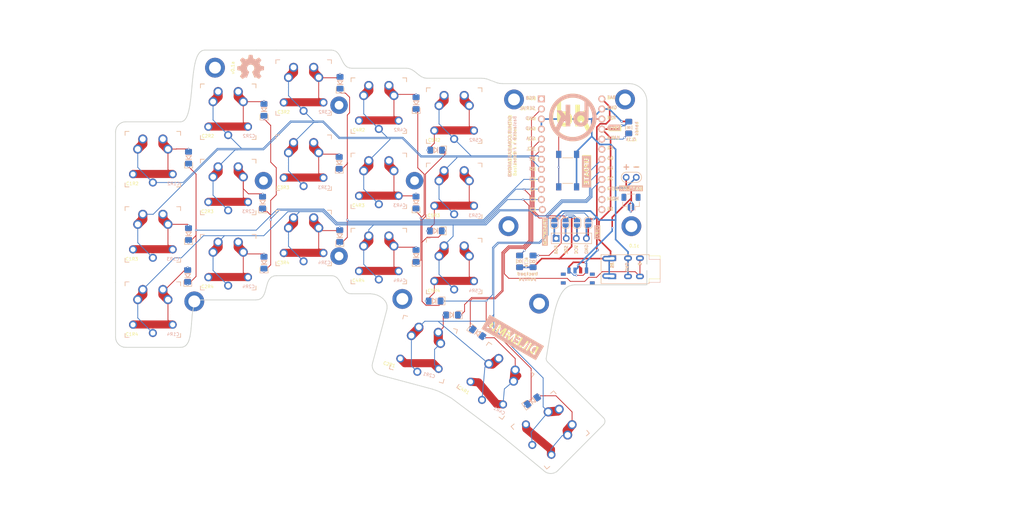
<source format=kicad_pcb>
(kicad_pcb (version 20211014) (generator pcbnew)
  (layers (0 "F.Cu" signal) (31 "B.Cu" signal) (34 "B.Paste" user) (35 "F.Paste" user) (36 "B.SilkS" user "B.Silkscreen") (37 "F.SilkS" user "F.Silkscreen") (38 "B.Mask" user) (39 "F.Mask" user) (44 "Edge.Cuts" user))
  (net 0 "")
  (net 1 "row2_l")
  (net 2 "Net-(D3-Pad2)")
  (net 3 "row3_l")
  (net 4 "Net-(D4-Pad2)")
  (net 5 "row4_l")
  (net 6 "Net-(D5-Pad2)")
  (net 7 "Net-(D8-Pad2)")
  (net 8 "Net-(D9-Pad2)")
  (net 9 "Net-(D10-Pad2)")
  (net 10 "Net-(D13-Pad2)")
  (net 11 "Net-(D14-Pad2)")
  (net 12 "Net-(D15-Pad2)")
  (net 13 "Net-(D18-Pad2)")
  (net 14 "Net-(D19-Pad2)")
  (net 15 "Net-(D20-Pad2)")
  (net 16 "Net-(D24-Pad2)")
  (net 17 "Net-(D25-Pad2)")
  (net 18 "Net-(D26-Pad2)")
  (net 19 "row1_l")
  (net 20 "Net-(D30-Pad2)")
  (net 21 "Net-(D33-Pad2)")
  (net 22 "Rst_l")
  (net 23 "Gnd_l")
  (net 24 "col2_l")
  (net 25 "col3_l")
  (net 26 "col4_l")
  (net 27 "col5_l")
  (net 28 "col1_l")
  (net 29 "bat_l")
  (net 30 "rgb_l")
  (net 31 "serial_l")
  (net 32 "sda_l")
  (net 33 "scl_l")
  (net 34 "mosi_l")
  (net 35 "miso_l")
  (net 36 "sc_l")
  (net 37 "Vcc_l")
  (net 38 "ss_l")
  (net 39 "Net-(JP1-Pad2)")
  (net 40 "Net-(JP2-Pad2)")
  (net 41 "Net-(JP3-Pad2)")
  (net 42 "Net-(JP4-Pad2)")
  (net 43 "unconnected-(PSW1-Pad3)")
  (net 44 "hand")
  (net 45 "bat_sw_l")
  (net 46 "Net-(D34-Pad2)")
  (footprint "local-libraries:MountingHole_3mm_Pad_thin" (layer "F.Cu") (at 236.12999 68.099328)
    (fp_text reference "H8" hide)
    (fp_text value "M4")
  )
  (footprint "local-libraries:SW_MX_choc" (layer "F.Cu") (at 215.653697 119.539786 -50)
    (fp_text reference "SW18" hide)
    (fp_text value "SW_Push")
  )
  (footprint "local-libraries:D_1206_handsolder_reversible" (layer "F.Cu") (at 186.8875 48.9 180)
    (fp_text reference "D24" hide)
    (fp_text value "D")
  )
  (footprint "local-libraries:battery_connector_THT" (layer "F.Cu") (at 237.361194 55.767847 -90)
    (fp_text reference "J3" hide)
    (fp_text value "BATTERY_CONN_DEANS")
  )
  (footprint "footprints:R_1206_handsolder" (layer "F.Cu") (at 235.458 43.18 90)
    (fp_text reference "R1" hide)
    (fp_text value "5.1k")
  )
  (footprint "local-libraries:D_1206_handsolder_reversible" (layer "F.Cu") (at 197.34 95.01 -35)
    (fp_text reference "D33" hide)
    (fp_text value "D")
  )
  (footprint "local-libraries:SW_MX_choc" (layer "F.Cu") (at 183.66 99.16 -15)
    (fp_text reference "SW16" hide)
    (fp_text value "SW_Push")
  )
  (footprint "local-libraries:D_1206_handsolder_reversible" (layer "F.Cu") (at 162.425 52.115882 90)
    (fp_text reference "D14" hide)
    (fp_text value "D")
  )
  (footprint "local-libraries:kibuzzard-628DFB5F" (layer "F.Cu") (at 236.035 58.56)
    (fp_text reference "kibuzzard-628DFB5F" hide)
    (fp_text value "G***" hide)
  )
  (footprint "local-libraries:SW_MX_choc" (layer "F.Cu") (at 172.425 56.65)
    (fp_text reference "SW11" hide)
    (fp_text value "SW_Push")
  )
  (footprint "local-libraries:SW_MX_choc" (layer "F.Cu") (at 134.425 39.2)
    (fp_text reference "SW4" hide)
    (fp_text value "SW_Push")
  )
  (footprint "local-libraries:PinHeader_1x04_P2.54mm_Vertical" (layer "F.Cu") (at 217.16 71.185 90)
    (fp_text reference "O2" hide)
    (fp_text value "OLED")
  )
  (footprint "local-libraries:kibuzzard-628DFB48" (layer "F.Cu") (at 227.565139 69.645 90)
    (fp_text reference "kibuzzard-628DFB48" hide)
    (fp_text value "G***" hide)
  )
  (footprint "local-libraries:kibuzzard-61F01C84" (layer "F.Cu") (at 224.848868 54.165 90)
    (fp_text reference "kibuzzard-61F01C84" hide)
    (fp_text value "G***" hide)
  )
  (footprint "local-libraries:SW_MX_choc" (layer "F.Cu") (at 172.425 75.65)
    (fp_text reference "SW12" hide)
    (fp_text value "SW_Push")
  )
  (footprint "local-libraries:MountingHole_3mm_Pad_thin" (layer "F.Cu") (at 234.52999 36.099319)
    (fp_text reference "H6" hide)
    (fp_text value "M4")
  )
  (footprint "local-libraries:SolderJumper-2_P1.3mm_Open_RoundedPad1.0x1.5mm" (layer "F.Cu") (at 219.541805 67.273537 -90)
    (fp_text reference "JP3" hide)
    (fp_text value "Jumper_2_Open")
  )
  (footprint "local-libraries:SW_MX_choc" (layer "F.Cu") (at 153.45 33.075)
    (fp_text reference "SW7" hide)
    (fp_text value "SW_Push")
  )
  (footprint "local-libraries:SW_MX_choc" (layer "F.Cu") (at 172.425 37.65)
    (fp_text reference "SW10" hide)
    (fp_text value "SW_Push")
  )
  (footprint "local-libraries:SW_MX_choc" (layer "F.Cu") (at 115.425 51.175)
    (fp_text reference "SW1" hide)
    (fp_text value "SW_Push")
  )
  (footprint "local-libraries:MountingHole_3mm_Pad_thin" (layer "F.Cu") (at 125.88 87.085)
    (fp_text reference "H4" hide)
    (fp_text value "M4")
  )
  (footprint "local-libraries:kibuzzard-628E0199" (layer "F.Cu") (at 214.325992 69.495 90)
    (fp_text reference "kibuzzard-628E0199" hide)
    (fp_text value "G***" hide)
  )
  (footprint "local-libraries:D_1206_handsolder_reversible" (layer "F.Cu") (at 143.45 77.306764 90)
    (fp_text reference "D10" hide)
    (fp_text value "D")
  )
  (footprint "local-libraries:pro-micro" (layer "F.Cu") (at 221.055139 49.94 -90)
    (fp_text reference "U2" hide)
    (fp_text value "eliteC" hide)
  )
  (footprint "local-libraries:D_1206_handsolder_reversible" (layer "F.Cu") (at 143.1 62.1275 90)
    (fp_text reference "D9" hide)
    (fp_text value "D")
  )
  (footprint "local-libraries:MountingHole_3mm_Pad_thin" (layer "F.Cu") (at 205.12999 68.099321)
    (fp_text reference "H7" hide)
    (fp_text value "M4")
  )
  (footprint "local-libraries:LOGO" (layer "F.Cu") (at 221.35 40.65)
    (fp_text reference "G***" hide)
    (fp_text value "LOGO" hide)
  )
  (footprint "local-libraries:SW_MX_choc" (layer "F.Cu") (at 191.425 40.175)
    (fp_text reference "SW13" hide)
    (fp_text value "SW_Push")
  )
  (footprint "local-libraries:D_1206_handsolder_reversible" (layer "F.Cu") (at 162.64 31.89 90)
    (fp_text reference "D13" hide)
    (fp_text value "D")
  )
  (footprint "local-libraries:LOGO" (layer "F.Cu") (at 140.06 27.93)
    (fp_text reference "G***" hide)
    (fp_text value "LOGO" hide)
  )
  (footprint "local-libraries:MountingHole_3mm_Pad_thin" (layer "F.Cu") (at 178.36 86.475)
    (fp_text reference "H5" hide)
    (fp_text value "M4")
  )
  (footprint "local-libraries:SW_MX_choc" (layer "F.Cu") (at 134.425 58.2)
    (fp_text reference "SW5" hide)
    (fp_text value "SW_Push")
  )
  (footprint "local-libraries:SW_Push_1P1T_NO_6x6mm_H9.5mm" (layer "F.Cu") (at 220.048868 54.065 90)
    (fp_text reference "SW26" hide)
    (fp_text value "SW_SPST")
  )
  (footprint "local-libraries:D_1206_handsolder_reversible" (layer "F.Cu") (at 181.825 37.025 90)
    (fp_text reference "D18" hide)
    (fp_text value "D")
  )
  (footprint "local-libraries:D_1206_handsolder_reversible" (layer "F.Cu") (at 186.8 69.3 180)
    (fp_text reference "D25" hide)
    (fp_text value "D")
  )
  (footprint "local-libraries:D_1206_handsolder_reversible" (layer "F.Cu") (at 143.45 38.725 90)
    (fp_text reference "D8" hide)
    (fp_text value "D")
  )
  (footprint "local-libraries:Jack_3.5mm_PJ320E_Horizontal_reversible" (layer "F.Cu") (at 231.285 76.185 -90)
    (fp_text reference "J2" hide)
    (fp_text value "Serial")
  )
  (footprint "local-libraries:SW_MX_choc" (layer "F.Cu") (at 201.836598 107.12716 -35)
    (fp_text reference "SW17" hide)
    (fp_text value locked "SW_Push")
  )
  (footprint "kbd:Tenting_Puck2" (layer "F.Cu") (at 162.39 56.61)
    (fp_text reference "REF**")
    (fp_text value "Tenting Puck")
  )
  (footprint "local-libraries:D_1206_handsolder_reversible" (layer "F.Cu") (at 190.875007 90.526815 180)
    (fp_text reference "D30" hide)
    (fp_text value "D")
  )
  (footprint "local-libraries:SolderJumper-2_P1.3mm_Open_RoundedPad1.0x1.5mm" (layer "F.Cu") (at 222.398471 67.273537 -90)
    (fp_text reference "JP5" hide)
    (fp_text value "Jumper_2_Open")
  )
  (footprint "local-libraries:JST_SH_BM02B-SRSS-TB_1x02-1MP_P1.00mm_Vertical" (layer "F.Cu") (at 236.035003 62.010003)
    (fp_text reference "J5" hide)
    (fp_text value "S3B-PH-SM4-TB(LF)(SN)")
  )
  (footprint "local-libraries:D_1206_handsolder_reversible" (layer "F.Cu") (at 124.425 70.090882 90)
    (fp_text reference "D4" hide)
    (fp_text value "D")
  )
  (footprint "local-libraries:SW_MX_choc" (layer "F.Cu") (at 153.45 71.075)
    (fp_text reference "SW9" hide)
    (fp_text value "SW_Push")
  )
  (footprint "local-libraries:D_1206_handsolder_reversible" (layer "F.Cu") (at 124.425 50.8 90)
    (fp_text reference "D3" hide)
    (fp_text value "D")
  )
  (footprint "local-libraries:MountingHole_3mm_Pad_thin" (layer "F.Cu") (at 206.529988 36.099318)
    (fp_text reference "H9" hide)
    (fp_text value "M4")
  )
  (footprint "local-libraries:kibuzzard-628D396A" (layer "F.Cu") (at 231.763016 43.32297)
    (fp_text reference "kibuzzard-628D396A" hide)
    (fp_text value "G***" hide)
  )
  (footprint "local-libraries:SW_MX_choc" (layer "F.Cu") (at 134.425 77.2)
    (fp_text reference "SW6" hide)
    (fp_text value "SW_Push")
  )
  (footprint "local-libraries:D_1206_handsolder_reversible" (layer "F.Cu") (at 162.56 70.58 90)
    (fp_text reference "D15" hide)
    (fp_text value "D")
  )
  (footprint "local-libraries:SolderJumper-2_P1.3mm_Open_RoundedPad1.0x1.5mm" (layer "F.Cu") (at 225.255139 67.273537 -90)
    (fp_text reference "JP7" hide)
    (fp_text value "Jumper_2_Open")
  )
  (footprint "local-libraries:D_1206_handsolder_reversible" (layer "F.Cu") (at 124.2 80.6625 90)
    (fp_text reference "D5" hide)
    (fp_text value "D")
  )
  (footprint "local-libraries:SW_MX_choc" (layer "F.Cu") (at 191.425 78.175)
    (fp_text reference "SW15" hide)
    (fp_text value "SW_Push")
  )
  (footprint "local-libraries:SW_MX_choc" (layer "F.Cu") (at 115.425 70.175)
    (fp_text reference "SW2" hide)
    (fp_text value "SW_Push")
  )
  (footprint "local-libraries:SW_MX_choc" (layer "F.Cu") (at 153.45 52.075)
    (fp_text reference "SW8" hide)
    (fp_text value "SW_Push")
  )
  (footprint "local-libraries:D_1206_handsolder_reversible" (layer "F.Cu") (at 211.16 112.19 35)
    (fp_text reference "D34" hide)
    (fp_text value "D")
  )
  (footprint "local-libraries:D_1206_handsolder_reversible" (layer "F.Cu") (at 181.825 75.606764 90)
    (fp_text reference "D20" hide)
    (fp_text value "D")
  )
  (footprint "local-libraries:D_1206_handsolder_reversible" (layer "F.Cu") (at 186.5 87 180)
    (fp_text reference "D26" hide)
    (fp_text value "D")
  )
  (footprint "local-libraries:SW_MX_choc" (layer "F.Cu") (at 191.425 59.175)
    (fp_text reference "SW14" hide)
    (fp_text value "SW_Push")
  )
  (footprint "local-libraries:R_1206_handsolder_reversible" (layer "F.Cu") (at 207.935 76.985 -90)
    (fp_text reference "R3" hide)
    (fp_text value "4.7k")
  )
  (footprint "local-libraries:MountingHole_3mm_Pad_thin" (layer "F.Cu") (at 212.85 87.65)
    (fp_text reference "H2" hide)
    (fp_text value "M4")
  )
  (footprint "local-libraries:SW_MX_choc" (layer "F.Cu") (at 115.425 89.175)
    (fp_text reference "SW3" hide)
    (fp_text value "SW_Push")
  )
  (footprint "local-libraries:kibuzzard-628DFB95" (layer "F.Cu") (at 206.2 96.2 -30)
    (fp_text reference "kibuzzard-628DFB95" hide)
    (fp_text value "G***" hide)
  )
  (footprint "local-libraries:D_1206_handsolder_reversible" (layer "F.Cu") (at 181.8 62.11 90)
    (fp_text reference "D19" hide)
    (fp_text value "D")
  )
  (footprint "local-libraries:SolderJumper-2_P1.3mm_Open_RoundedPad1.0x1.5mm" (layer "F.Cu") (at 216.685139 67.273537 -90)
    (fp_text reference "JP1" hide)
    (fp_text value "Jumper_2_Open")
  )
  (footprint "local-libraries:MountingHole_3mm_Pad_thin" (layer "F.Cu") (at 131.1 28.08)
    (fp_text reference "H1" hide)
    (fp_text value "M4")
  )
  (footprint "local-libraries:kibuzzard-61F01A92" (layer "F.Cu") (at 205.57 47.72 90)
    (fp_text reference "kibuzzard-61F01A92" hide)
    (fp_text value "G***" hide)
  )
  (footprint "local-libraries:Switch_MSK-12C01-07" (layer "F.Cu") (at 222.61 81.335)
    (fp_text reference "PSW1" hide)
    (fp_text value "SW_DPDT_x2")
  )
  (footprint "local-libraries:SW_Push_1P1T_NO_6x6mm_H9.5mm" (layer "B.Cu") (at 220.048868 54.065 -90)
    (fp_text reference "SW37" hide)
    (fp_text value "SW_SPST")
  )
  (footprint "local-libraries:SolderJumper-2_P1.3mm_Open_RoundedPad1.0x1.5mm" (layer "B.Cu") (at 222.398471 67.273537 -90)
    (fp_text reference "JP4" hide)
    (fp_text value "Jumper_2_Open")
  )
  (footprint "local-libraries:kibuzzard-61F01A92" (layer "B.Cu") (at 205.45 48 -90)
    (fp_text reference "kibuzzard-61F01A92" hide)
    (fp_text value "G***" hide)
  )
  (footprint "local-libraries:LOGO" (layer "B.Cu") (at 221.35 40.65 180)
    (fp_text reference "G***" hide)
    (fp_text value "LOGO" hide)
  )
  (footprint "local-libraries:kibuzzard-628DFB48" (layer "B.Cu") (at 227.515139 69.615 -90)
    (fp_text reference "kibuzzard-628DFB48" hide)
    (fp_text value "G***" hide)
  )
  (footprint "footprints:R_1206_handsolder" (layer "B.Cu") (at 235.458 43.18 90)
    (fp_text reference "R7" hide)
    (fp_text value "5.1k")
  )
  (footprint "local-libraries:kibuzzard-628DFB95" (layer "B.Cu") (at 206.2 96.2 150)
    (fp_text reference "kibuzzard-628DFB95" hide)
    (fp_text value "G***" hide)
  )
  (footprint "local-libraries:SolderJumper-2_P1.3mm_Open_RoundedPad1.0x1.5mm" (layer "B.Cu") (at 225.255139 67.273537 -90)
    (fp_text reference "JP2" hide)
    (fp_text value "Jumper_2_Open")
  )
  (footprint "local-libraries:JST_SH_BM02B-SRSS-TB_1x02-1MP_P1.00mm_Vertical" (layer "B.Cu") (at 236.035003 62.010003 180)
    (fp_text reference "J1")
    (fp_text value "S3B-PH-SM4-TB(LF)(SN)")
  )
  (footprint "local-libraries:SolderJumper-2_P1.3mm_Open_RoundedPad1.0x1.5mm" (layer "B.Cu") (at 216.685139 67.273537 -90)
    (fp_text reference "JP8" hide)
    (fp_text value "Jumper_2_Open")
  )
  (footprint "local-libraries:kibuzzard-628E0199" (layer "B.Cu") (at 214.305992 69.495 -90)
    (fp_text reference "kibuzzard-628E0199" hide)
    (fp_text value "G***" hide)
  )
  (footprint "local-libraries:kibuzzard-628DFB5F" (layer "B.Cu") (at 236.015425 58.558365 180)
    (fp_text reference "kibuzzard-628DFB5F" hide)
    (fp_text value "G***" hide)
  )
  (footprint "local-libraries:R_1206_handsolder_reversible" (layer "B.Cu") (at 211.335 76.985 90)
    (fp_text reference "R4" hide)
    (fp_text value "4.7k")
  )
  (footprint "local-libraries:SolderJumper-2_P1.3mm_Open_RoundedPad1.0x1.5mm" (layer "B.Cu") (at 219.541805 67.273537 -90)
    (fp_text reference "JP6" hide)
    (fp_text value "Jumper_2_Open")
  )
  (footprint "local-libraries:LOGO" (layer "B.Cu") (at 140.128041 27.931912 180)
    (fp_text reference "G***" hide)
    (fp_text value "LOGO" hide)
  )
  (footprint "local-libraries:kibuzzard-61F01C84" (layer "B.Cu") (at 224.79 54.33 -90)
    (fp_text reference "kibuzzard-61F01C84" hide)
    (fp_text value "G***" hide)
  )
  (footprint "local-libraries:kibuzzard-628D3AA1" (layer "B.Cu") (at 231.648291 43.203608 180)
    (fp_text reference "kibuzzard-628D3AA1" hide)
    (fp_text value "G***" hide)
  )
  (gr_line (start 142.487355 86.480207) (end 142.892719 86.191705) (layer "Edge.Cuts") (width 0.2))
  (gr_line (start 146.62 23.644993) (end 160.41982 23.644993) (layer "Edge.Cuts") (width 0.2))
  (gr_line (start 126.409628 25.742043) (end 126.623597 25.206287) (layer "Edge.Cuts") (width 0.2))
  (gr_line (start 170.785417 103.704187) (end 170.748635 103.211259) (layer "Edge.Cuts") (width 0.2))
  (gr_line (start 125.469052 30.952768) (end 125.66348 29.272973) (layer "Edge.Cuts") (width 0.2))
  (gr_line (start 142.892719 86.191705) (end 143.217659 85.806936) (layer "Edge.Cuts") (width 0.2))
  (gr_line (start 122.39475 98.694891) (end 108.59493 98.694891) (layer "Edge.Cuts") (width 0.2))
  (gr_line (start 108.060697 41.797806) (end 108.59493 41.745033) (layer "Edge.Cuts") (width 0.2))
  (gr_line (start 122.39475 98.694891) (end 122.7817 98.665081) (layer "Edge.Cuts") (width 0.2))
  (gr_line (start 123.727436 98.225976) (end 123.974703 97.969262) (layer "Edge.Cuts") (width 0.2))
  (gr_line (start 143.217659 85.806936) (end 143.475699 85.342085) (layer "Edge.Cuts") (width 0.2))
  (gr_line (start 124.95825 36.117053) (end 125.138734 34.437258) (layer "Edge.Cuts") (width 0.2))
  (gr_line (start 188.419957 110.233131) (end 190.756769 111.525546) (layer "Edge.Cuts") (width 0.2))
  (gr_line (start 199.72159 30.947768) (end 200.987303 31.424951) (layer "Edge.Cuts") (width 0.2))
  (gr_line (start 217.512933 87.156775) (end 217.806727 86.406583) (layer "Edge.Cuts") (width 0.2))
  (gr_line (start 106.02 82.319887) (end 106.02 58.120037) (layer "Edge.Cuts") (width 0.2))
  (gr_line (start 145.527612 80.834704) (end 146.02439 80.655626) (layer "Edge.Cuts") (width 0.2))
  (gr_line (start 107.579422 98.489626) (end 108.060697 98.642117) (layer "Edge.Cuts") (width 0.2))
  (gr_line (start 124.60712 38.38624) (end 124.738373 37.673105) (layer "Edge.Cuts") (width 0.2))
  (gr_line (start 213.978536 129.789987) (end 214.393609 130.130421) (layer "Edge.Cuts") (width 0.2))
  (gr_line (start 185.948742 109.243669) (end 187.213057 109.673532) (layer "Edge.Cuts") (width 0.2))
  (gr_line (start 122.39475 41.745033) (end 122.751926 41.699975) (layer "Edge.Cuts") (width 0.2))
  (gr_line (start 125.906875 27.716921) (end 126.053594 27.003785) (layer "Edge.Cuts") (width 0.2))
  (gr_line (start 127.433743 24.046772) (end 127.765354 23.824583) (layer "Edge.Cuts") (width 0.2))
  (gr_line (start 124.95945 94.971468) (end 125.078974 93.86013) (layer "Edge.Cuts") (width 0.2))
  (gr_line (start 141.990577 86.659286) (end 142.487355 86.480207) (layer "Edge.Cuts") (width 0.2))
  (gr_line (start 125.169144 92.707476) (end 125.358559 90.443484) (layer "Edge.Cuts") (width 0.2))
  (gr_line (start 126.623597 25.206287) (end 126.864381 24.741786) (layer "Edge.Cuts") (width 0.2))
  (gr_line (start 123.132248 98.576076) (end 123.447115 98.429078) (layer "Edge.Cuts") (width 0.2))
  (gr_line (start 184.594778 30.745055) (end 198.394852 30.745055) (layer "Edge.Cuts") (width 0.2))
  (gr_line (start 165.10897 28.174647) (end 165.594816 28.220041) (layer "Edge.Cuts") (width 0.2))
  (gr_line (start 220.691048 83.100179) (end 221.241796 82.961433) (layer "Edge.Cuts") (width 0.2))
  (gr_line (start 214.841745 130.362904) (end 215.31415 130.496944) (layer "Edge.Cuts") (width 0.2))
  (gr_line (start 124.738373 37.673105) (end 124.95825 36.117053) (layer "Edge.Cuts") (width 0.2))
  (gr_line (start 144.539268 81.972826) (end 144.797308 81.507976) (layer "Edge.Cuts") (width 0.2))
  (gr_line (start 163.007318 82.882375) (end 163.456308 83.747345) (layer "Edge.Cuts") (width 0.2))
  (gr_line (start 174.202628 87.296475) (end 173.990559 86.959902) (layer "Edge.Cuts") (width 0.2))
  (gr_line (start 141.527597 23.644993) (end 128.527597 23.644993) (layer "Edge.Cuts") (width 0.2))
  (gr_line (start 179.773073 28.245094) (end 180.131717 28.318916) (layer "Edge.Cuts") (width 0.2))
  (gr_line (start 199.068917 30.798302) (end 199.72159 30.947768) (layer "Edge.Cuts") (width 0.2))
  (gr_line (start 106.776688 97.938204) (end 107.150594 98.250364) (layer "Edge.Cuts") (width 0.2))
  (gr_line (start 163.70725 27.190802) (end 163.989322 27.538008) (layer "Edge.Cuts") (width 0.2))
  (gr_line (start 164.682783 28.040889) (end 165.10897 28.174647) (layer "Edge.Cuts") (width 0.2))
  (gr_line (start 219.258555 84.048429) (end 219.70058 83.646765) (layer "Edge.Cuts") (width 0.2))
  (gr_line (start 160.905667 23.690387) (end 161.331854 23.824145) (layer "Edge.Cuts") (width 0.2))
  (gr_line (start 183.192709 30.368634) (end 183.857952 30.646179) (layer "Edge.Cuts") (width 0.2))
  (gr_line (start 143.682168 84.815504) (end 144.007483 83.657456) (layer "Edge.Cuts") (width 0.2))
  (gr_line (start 107.150594 42.18956) (end 107.579422 41.950298) (layer "Edge.Cuts") (width 0.2))
  (gr_line (start 171.998587 85.490414) (end 171.165097 85.252148) (layer "Edge.Cuts") (width 0.2))
  (gr_line (start 214.393609 130.130421) (end 214.841745 130.362904) (layer "Edge.Cuts") (width 0.2))
  (gr_line (start 162.307387 24.674232) (end 162.558329 25.067547) (layer "Edge.Cuts") (width 0.2))
  (gr_line (start 220.177642 83.329512) (end 220.691048 83.100179) (layer "Edge.Cuts") (width 0.2))
  (gr_line (start 215.153575 98.339523) (end 215.479153 96.438595) (layer "Edge.Cuts") (width 0.2))
  (gr_line (start 162.558329 25.067547) (end 163.007318 25.932517) (layer "Edge.Cuts") (width 0.2))
  (gr_line (start 162.025315 24.327025) (end 162.307387 24.674232) (layer "Edge.Cuts") (width 0.2))
  (gr_line (start 145.122248 81.123206) (end 145.527612 80.834704) (layer "Edge.Cuts") (width 0.2))
  (gr_line (start 122.751926 41.699975) (end 123.078661 41.565443) (layer "Edge.Cuts") (width 0.2))
  (gr_line (start 174.516894 88.453553) (end 174.471825 88.042906) (layer "Edge.Cuts") (width 0.2))
  (gr_line (start 229.09278 118.22278) (end 217.580909 129.79892) (layer "Edge.Cuts") (width 0.2))
  (gr_line (start 125.66348 29.272973) (end 125.906875 27.716921) (layer "Edge.Cuts") (width 0.2))
  (gr_line (start 124.377561 97.307501) (end 124.537494 96.909724) (layer "Edge.Cuts") (width 0.2))
  (gr_line (start 219.70058 83.646765) (end 220.177642 83.329512) (layer "Edge.Cuts") (width 0.2))
  (gr_line (start 127.133877 24.353762) (end 127.433743 24.046772) (layer "Edge.Cuts") (width 0.2))
  (gr_line (start 160.41982 80.594851) (end 146.62 80.594851) (layer "Edge.Cuts") (width 0.2))
  (gr_line (start 170.831755 102.682437) (end 174.403503 89.352771) (layer "Edge.Cuts") (width 0.2))
  (gr_line (start 215.799266 130.540605) (end 216.28438 130.496947) (layer "Edge.Cuts") (width 0.2))
  (gr_line (start 106.02 44.319963) (end 106.072774 43.78573) (layer "Edge.Cuts") (width 0.2))
  (gr_line (start 218.850004 84.530281) (end 219.258555 84.048429) (layer "Edge.Cuts") (width 0.2))
  (gr_line (start 172.766205 85.866235) (end 171.998587 85.490414) (layer "Edge.Cuts") (width 0.2))
  (gr_line (start 124.190723 97.661952) (end 124.377561 97.307501) (layer "Edge.Cuts") (width 0.2))
  (gr_line (start 162.307387 81.62409) (end 162.558329 82.017405) (layer "Edge.Cuts") (width 0.2))
  (gr_line (start 127.765354 23.824583) (end 128.129751 23.690051) (layer "Edge.Cuts") (width 0.2))
  (gr_line (start 106.225265 97.135469) (end 106.464528 97.564297) (layer "Edge.Cuts") (width 0.2))
  (gr_line (start 198.394852 30.745055) (end 199.068917 30.798302) (layer "Edge.Cuts") (width 0.2))
  (gr_line (start 202.905689 32.0516) (end 203.579754 32.104847) (layer "Edge.Cuts") (width 0.2))
  (gr_line (start 174.471825 88.042906) (end 174.365121 87.657389) (layer "Edge.Cuts") (width 0.2))
  (gr_line (start 124.289726 39.647983) (end 124.458349 39.046741) (layer "Edge.Cuts") (width 0.2))
  (gr_line (start 179.39489 28.220041) (end 179.773073 28.245094) (layer "Edge.Cuts") (width 0.2))
  (gr_line (start 107.150594 98.250364) (end 107.579422 98.489626) (layer "Edge.Cuts") (width 0.2))
  (gr_line (start 160.905667 80.640245) (end 161.331854 80.774003) (layer "Edge.Cuts") (width 0.2))
  (gr_line (start 126.665974 86.985874) (end 126.942957 86.838876) (layer "Edge.Cuts") (width 0.2))
  (gr_line (start 125.718256 88.505228) (end 126.017039 87.753) (layer "Edge.Cuts") (width 0.2))
  (gr_line (start 171.165097 85.252148) (end 170.280203 85.169899) (layer "Edge.Cuts") (width 0.2))
  (gr_line (start 128.129751 23.690051) (end 128.527597 23.644993) (layer "Edge.Cuts") (width 0.2))
  (gr_line (start 217.242467 87.959158) (end 217.512933 87.156775) (layer "Edge.Cuts") (width 0.2))
  (gr_line (start 124.786626 96.000939) (end 124.95945 94.971468) (layer "Edge.Cuts") (width 0.2))
  (gr_line (start 164.682783 84.990747) (end 165.10897 85.124505) (layer "Edge.Cuts") (width 0.2))
  (gr_line (start 106.776688 42.50172) (end 107.150594 42.18956) (layer "Edge.Cuts") (width 0.2))
  (gr_line (start 171.459556 104.952682) (end 171.155748 104.579081) (layer "Edge.Cuts") (width 0.2))
  (gr_line (start 216.756786 130.362908) (end 217.204925 130.130434) (layer "Edge.Cuts") (width 0.2))
  (gr_line (start 123.375589 41.343254) (end 123.643708 41.036264) (layer "Edge.Cuts") (width 0.2))
  (gr_line (start 163.007318 25.932517) (end 163.456308 26.797487) (layer "Edge.Cuts") (width 0.2))
  (gr_line (start 125.505695 89.414013) (end 125.718256 88.505228) (layer "Edge.Cuts") (width 0.2))
  (gr_line (start 160.41982 23.644993) (end 160.905667 23.690387) (layer "Edge.Cuts") (width 0.2))
  (gr_line (start 144.007483 83.657456) (end 144.332799 82.499408) (layer "Edge.Cuts") (width 0.2))
  (gr_line (start 122.7817 98.665081) (end 123.132248 98.576076) (layer "Edge.Cuts") (width 0.2))
  (gr_line (start 163.70725 84.14066) (end 163.989322 84.487866) (layer "Edge.Cuts") (width 0.2))
  (gr_line (start 106.464528 97.564297) (end 106.776688 97.938204) (layer "Edge.Cuts") (width 0.2))
  (gr_line (start 164.311779 84.775259) (end 164.682783 84.990747) (layer "Edge.Cuts") (width 0.2))
  (gr_line (start 215.479153 96.438595) (end 216.159399 92.524088) (layer "Edge.Cuts") (width 0.2))
  (gr_line (start 126.2046 87.44569) (end 126.420333 87.188976) (layer "Edge.Cuts") (width 0.2))
  (gr_line (start 202.253017 31.902134) (end 202.905689 32.0516) (layer "Edge.Cuts") (width 0.2))
  (gr_line (start 161.331854 23.824145) (end 161.702858 24.039633) (layer "Edge.Cuts") (width 0.2))
  (gr_line (start 235.53 32.104847) (end 203.579754 32.104847) (layer "Edge.Cuts") (width 0.2))
  (gr_line (start 141.394966 86.720061) (end 141.990577 86.659286) (layer "Edge.Cuts") (width 0.2))
  (gr_line (start 163.456308 26.797487) (end 163.70725 27.190802) (layer "Edge.Cuts") (width 0.2))
  (gr_line (start 163.989322 84.487866) (end 164.311779 84.775259) (layer "Edge.Cuts") (width 0.2))
  (gr_line (start 165.594816 28.220041) (end 179.39489 28.220041) (layer "Edge.Cuts") (width 0.2))
  (gr_arc (start 215.01 102.4) (mid 214.734093 101.987076) (end 214.637208 101.5) (layer "Edge.Cuts") (width 0.2))
  (gr_line (start 172.763856 105.710783) (end 185.948742 109.243669) (layer "Edge.Cuts") (width 0.2))
  (gr_line (start 126.420333 87.188976) (end 126.665974 86.985874) (layer "Edge.Cuts") (width 0.2))
  (gr_line (start 215.01 102.4) (end 229.02 116.39) (layer "Edge.Cuts") (width 0.2))
  (gr_line (start 106.225265 43.304455) (end 106.464528 42.875626) (layer "Edge.Cuts") (width 0.2))
  (gr_line (start 216.993043 88.807278) (end 217.242467 87.959158) (layer "Edge.Cuts") (width 0.2))
  (gr_line (start 125.301582 32.695013) (end 125.469052 30.952768) (layer "Edge.Cuts") (width 0.2))
  (gr_line (start 190.84 111.6) (end 203 120.73) (layer "Edge.Cuts") (width 0.2))
  (gr_line (start 125.078974 93.86013) (end 125.169144 92.707476) (layer "Edge.Cuts") (width 0.2))
  (gr_line (start 163.456308 83.747345) (end 163.70725 84.14066) (layer "Edge.Cuts") (width 0.2))
  (gr_line (start 125.358559 90.443484) (end 125.505695 89.414013) (layer "Edge.Cuts") (width 0.2))
  (gr_line (start 184.216596 30.720001) (end 184.594778 30.745055) (layer "Edge.Cuts") (width 0.2))
  (gr_line (start 216.159399 92.524088) (end 216.548042 90.61424) (layer "Edge.Cuts") (width 0.2))
  (gr_line (start 123.643708 41.036264) (end 123.884334 40.64824) (layer "Edge.Cuts") (width 0.2))
  (gr_line (start 216.28438 130.496947) (end 216.756786 130.362908) (layer "Edge.Cuts") (width 0.2))
  (gr_line (start 107.579422 41.950298) (end 108.060697 41.797806) (layer "Edge.Cuts") (width 0.2))
  (gr_line (start 161.702858 24.039633) (end 162.025315 24.327025) (layer "Edge.Cuts") (width 0.2))
  (gr_line (start 240.03 36.414983) (end 240.03 82.914983) (layer "Edge.Cuts") (width 0.2))
  (gr_line (start 124.099063 40.183739) (end 124.289726 39.647983) (layer "Edge.Cuts") (width 0.2))
  (gr_line (start 106.02 58.120037) (end 106.02 44.319963) (layer "Edge.Cuts") (width 0.2))
  (gr_line (start 165.10897 85.124505) (end 165.594816 85.169899) (layer "Edge.Cuts") (width 0.2))
  (gr_line (start 126.864381 24.741786) (end 127.133877 24.353762) (layer "Edge.Cuts") (width 0.2))
  (gr_line (start 106.02 96.119961) (end 106.02 82.319887) (layer "Edge.Cuts") (width 0.2))
  (gr_line (start 123.884334 40.64824) (end 124.099063 40.183739) (layer "Edge.Cuts") (width 0.2))
  (gr_line (start 180.131717 28.318916) (end 180.79696 28.596461) (layer "Edge.Cuts") (width 0.2))
  (gr_line (start 221.241796 82.961433) (end 221.830527 82.914983) (layer "Edge.Cuts") (width 0.2))
  (gr_arc (start 229.02 116.39) (mid 229.457456 117.290464) (end 229.09278 118.22278) (layer "Edge.Cuts") (width 0.2))
  (gr_line (start 218.473158 85.08751) (end 218.850004 84.530281) (layer "Edge.Cuts") (width 0.2))
  (gr_line (start 171.155748 104.579081) (end 170.926631 104.160986) (layer "Edge.Cuts") (width 0.2))
  (gr_line (start 108.060697 98.642117) (end 108.59493 98.694891) (layer "Edge.Cuts") (width 0.2))
  (gr_line (start 106.072774 96.654194) (end 106.225265 97.135469) (layer "Edge.Cuts") (width 0.2))
  (gr_line (start 174.403503 89.352771) (end 174.495301 88.889986) (layer "Edge.Cuts") (width 0.2))
  (gr_line (start 216.548042 90.61424) (end 216.993043 88.807278) (layer "Edge.Cuts") (width 0.2))
  (gr_line (start 180.79696 28.596461) (end 181.409656 29.005162) (layer "Edge.Cuts") (width 0.2))
  (gr_line (start 123.447115 98.429078) (end 123.727436 98.225976) (layer "Edge.Cuts") (width 0.2))
  (gr_line (start 144.332799 82.499408) (end 144.539268 81.972826) (layer "Edge.Cuts") (width 0.2))
  (gr_line (start 163.989322 27.538008) (end 164.311779 27.825401) (layer "Edge.Cuts") (width 0.2))
  (gr_line (start 141.527597 23.644993) (end 146.62 23.644993) (layer "Edge.Cuts") (width 0.2))
  (gr_line (start 106.464528 42.875626) (end 106.776688 42.50172) (layer "Edge.Cuts") (width 0.2))
  (gr_line (start 187.213057 109.673532) (end 188.419957 110.233131) (layer "Edge.Cuts") (width 0.2))
  (gr_line (start 215.31415 130.496944) (end 215.799266 130.540605) (layer "Edge.Cuts") (width 0.2))
  (gr_line (start 124.458349 39.046741) (end 124.60712 38.38624) (layer "Edge.Cuts") (width 0.2))
  (gr_line (start 182.580013 29.959934) (end 183.192709 30.368634) (layer "Edge.Cuts") (width 0.2))
  (gr_line (start 126.017039 87.753) (end 126.2046 87.44569) (layer "Edge.Cuts") (width 0.2))
  (gr_line (start 126.220379 26.343285) (end 126.409628 25.742043) (layer "Edge.Cuts") (width 0.2))
  (gr_line (start 106.02 96.119961) (end 106.072774 96.654194) (layer "Edge.Cuts") (width 0.2))
  (gr_line (start 171.83008 105.272883) (end 171.459556 104.952682) (layer "Edge.Cuts") (width 0.2))
  (gr_line (start 221.830527 82.914983) (end 240.03 82.914983) (layer "Edge.Cuts") (width 0.2))
  (gr_line (start 183.857952 30.646179) (end 184.216596 30.720001) (layer "Edge.Cuts") (width 0.2))
  (gr_line (start 161.702858 80.989491) (end 162.025315 81.276883) (layer "Edge.Cuts") (width 0.2))
  (gr_line (start 125.138734 34.437258) (end 125.301582 32.695013) (layer "Edge.Cuts") (width 0.2))
  (gr_arc (start 235.53 32.104847) (mid 238.645577 33.356209) (end 240.03 36.414983) (layer "Edge.Cuts") (width 0.2))
  (gr_line (start 106.072774 43.78573) (end 106.225265 43.304455) (layer "Edge.Cuts") (width 0.2))
  (gr_line (start 174.365121 87.657389) (end 174.202628 87.296475) (layer "Edge.Cuts") (width 0.2))
  (gr_line (start 126.942957 86.838876) (end 127.252367 86.749871) (layer "Edge.Cuts") (width 0.2))
  (gr_line (start 126.053594 27.003785) (end 126.220379 26.343285) (layer "Edge.Cuts") (width 0.2))
  (gr_line (start 172.763856 105.710783) (end 172.264576 105.528894) (layer "Edge.Cuts") (width 0.2))
  (gr_line (start 170.748635 103.211259) (end 170.831755 102.682437) (layer "Edge.Cuts") (width 0.2))
  (gr_line (start 174.495301 88.889986) (end 174.516894 88.453553) (layer "Edge.Cuts") (width 0.2))
  (gr_line (start 173.990559 86.959902) (end 173.442396 86.360681) (layer "Edge.Cuts") (width 0.2))
  (gr_line (start 170.926631 104.160986) (end 170.785417 103.704187) (layer "Edge.Cuts") (width 0.2))
  (gr_line (start 141.394966 86.720061) (end 127.594892 86.720061) (layer "Edge.Cuts") (width 0.2))
  (gr_line (start 214.637208 101.5) (end 215.153575 98.339523) (layer "Edge.Cuts") (width 0.2))
  (gr_line (start 127.252367 86.749871) (end 127.594892 86.720061) (layer "Edge.Cuts") (width 0.2))
  (gr_line (start 217.204925 130.130434) (end 217.62 129.79) (layer "Edge.Cuts") (width 0.2))
  (gr_line (start 162.025315 81.276883) (end 162.307387 81.62409) (layer "Edge.Cuts") (width 0.2))
  (gr_line (start 123.078661 41.565443) (end 123.375589 41.343254) (layer "Edge.Cuts") (width 0.2))
  (gr_line (start 213.960755 129.756019) (end 203 120.73) (layer "Edge.Cuts") (width 0.2))
  (gr_line (start 124.537494 96.909724) (end 124.786626 96.000939) (layer "Edge.Cuts") (width 0.2))
  (gr_line (start 146.02439 80.655626) (end 146.62 80.594851) (layer "Edge.Cuts") (width 0.2))
  (gr_line (start 108.59493 41.745033) (end 122.39475 41.745033) (layer "Edge.Cuts") (width 0.2))
  (gr_line (start 200.987303 31.424951) (end 202.253017 31.902134) (layer "Edge.Cuts") (width 0.2))
  (gr_line (start 162.558329 82.017405) (end 163.007318 82.882375) (layer "Edge.Cuts") (width 0.2))
  (gr_line (start 143.475699 85.342085) (end 143.682168 84.815504) (layer "Edge.Cuts") (width 0.2))
  (gr_line (start 181.409656 29.005162) (end 181.994834 29.482548) (layer "Edge.Cuts") (width 0.2))
  (gr_line (start 173.442396 86.360681) (end 172.766205 85.866235) (layer "Edge.Cuts") (width 0.2))
  (gr_line (start 217.806727 86.406583) (end 218.126084 85.714832) (layer "Edge.Cuts") (width 0.2))
  (gr_line (start 170.280203 85.169899) (end 165.594816 85.169899) (layer "Edge.Cuts") (width 0.2))
  (gr_line (start 144.797308 81.507976) (end 145.122248 81.123206) (layer "Edge.Cuts") (width 0.2))
  (gr_line (start 172.264576 105.528894) (end 171.83008 105.272883) (layer "Edge.Cuts") (width 0.2))
  (gr_line (start 161.331854 80.774003) (end 161.702858 80.989491) (layer "Edge.Cuts") (width 0.2))
  (gr_line (start 218.126084 85.714832) (end 218.473158 85.08751) (layer "Edge.Cuts") (width 0.2))
  (gr_line (start 160.41982 80.594851) (end 160.905667 80.640245) (layer "Edge.Cuts") (width 0.2))
  (gr_line (start 164.311779 27.825401) (end 164.682783 28.040889) (layer "Edge.Cuts") (width 0.2))
  (gr_line (start 181.994834 29.482548) (end 182.580013 29.959934) (layer "Edge.Cuts") (width 0.2))
  (gr_line (start 123.974703 97.969262) (end 124.190723 97.661952) (layer "Edge.Cuts") (width 0.2))
  (gr_text "R4" (at 230.848 53.415738) (layer "B.SilkS") (effects (font (size 0.8 0.8) (thickness 0.12)) (justify mirror)))
  (gr_text "R2" (at 211.067047 51.060359) (layer "B.SilkS") (effects (font (size 0.8 0.8) (thickness 0.12)) (justify mirror)))
  (gr_text "VCC" (at 222.238471 74.026905 90) (layer "B.SilkS") (effects (font (size 0.8 0.8) (thickness 0.12)) (justify mirror)))
  (gr_text "MOSI" (at 231.514667 61.111476) (layer "B.SilkS") (effects (font (size 0.8 0.8) (thickness 0.12)) (justify mirror)))
  (gr_text "C1R3" (at 120.5 76.4) (layer "B.SilkS") (effects (font (size 0.8 0.8) (thickness 0.12)) (justify mirror)))
  (gr_text "SDA" (at 210.72419 45.951269) (layer "B.SilkS") (effects (font (size 0.8 0.8) (thickness 0.12)) (justify mirror)))
  (gr_text "C3" (at 211.067047 63.833089) (layer "B.SilkS") (effects (font (size 0.8 0.8) (thickness 0.12)) (justify mirror)))
  (gr_text "GND" (at 210.628952 40.842179) (layer "B.SilkS") (effects (font (size 0.8 0.8) (thickness 0.12)) (justify mirror)))
  (gr_text "C3R3" (at 158.65 58.33) (layer "B.SilkS") (effects (font (size 0.8 0.8) (thickness 0.12)) (justify mirror)))
  (gr_text "hands" (at 237.4 43.45 90) (layer "B.SilkS") (effects (font (size 0.8 0.8) (thickness 0.12)) (justify mirror)))
  (gr_text "C2R4" (at 139.57 83.355) (layer "B.SilkS") (effects (font (size 0.8 0.8) (thickness 0.12)) (justify mirror)))
  (gr_text "BAT" (at 231.114667 35.556724) (layer "B.SilkS") (effects (font (size 0.8 0.8) (thickness 0.12)) (justify mirror)))
  (gr_text "5.1k" (at 235.95 46.15) (layer "B.SilkS") (effects (font (size 0.8 0.8) (thickness 0.12)) (justify mirror)))
  (gr_text "SS" (at 230.828953 63.676724) (layer "B.SilkS") (effects (font (size 0.8 0.8) (thickness 0.12)) (justify mirror)))
  (gr_text "SC" (at 230.848 55.980984) (layer "B.SilkS") (effects (font (size 0.8 0.8) (thickness 0.12)) (justify mirror)))
  (gr_text "GND" (at 231.286095 38.12197) (layer "B.SilkS") (effects (font (size 0.8 0.8) (thickness 0.12)) (justify mirror)))
  (gr_text "SCL" (at 210.743238 48.505814) (layer "B.SilkS") (effects (font (size 0.8 0.8) (thickness 0.12)) (justify mirror)))
  (gr_text "SERIAL" (at 209.848 38.287634) (layer "B.SilkS") (effects (font (size 0.8 0.8) (thickness 0.12)) (justify mirror)))
  (gr_text "BastardKB x Freznel" (at 206.694086 46.429703 90) (layer "B.SilkS") (effects (font (size 0.8 0.8) (thickness 0.12)) (justify mirror)))
  (gr_text "C6" (at 230.848 50.850492) (layer "B.SilkS") (effects (font (size 0.8 0.8) (thickness 0.12)) (justify mirror)))
  (gr_text "C4R4" (at 177.665 81.825) (layer "B.SilkS") (effects (font (size 0.8 0.8) (thickness 0.12)) (justify mirror)))
  (gr_text "C5R4" (at 196.675 84.375) (layer "B.SilkS") (effects (font (size 0.8 0.8) (thickness 0.12)) (justify mirror)))
  (gr_text "C2R2" (at 139.67 45.33) (layer "B.SilkS") (effects (font (size 0.8 0.8) (thickness 0.12)) (justify mirror)))
  (gr_text "GND" (at 235.024998 78.455006 270) (layer "B.SilkS") (effects (font (size 0.8 0.8)) (justify mirror)))
  (gr_text "R1" (at 230.848 48.285246) (layer "B.SilkS") (effects (font (size 0.8 0.8) (thickness 0.12)) (justify mirror)))
  (gr_text "C1R2" (at 120.625 57.35) (layer "B.SilkS") (effects (font (size 0.8 0.8) (thickness 0.12)) (justify mirror)))
  (gr_text "trackpad\npullups" (at 209.985 80.76) (layer "B.SilkS") (effects (font (size 0.8 0.8) (thickness 0.12)) (justify mirror)))
  (gr_text "C4R3" (at 177.64 62.85) (layer "B.SilkS") (effects (font (size 0.8 0.8) (thickness 0.12)) (justify mirror)))
  (gr_text "5V" (at 231.224993 77.959762 270) (layer "B.SilkS") (effects (font (size 0.8 0.8)) (justify mirror)))
  (gr_text "GND" (at 210.628952 43.396724) (layer "B.SilkS") (effects (font (size 0.8 0.8) (thickness 0.12)) (justify mirror)))
  (gr_text "HAND" (at 231.648 45.72) (layer "B.SilkS") (effects (font (size 0.8 0.8) (thickness 0.12)) (justify mirror)))
  (gr_text "C4" (at 211.067047 58.723994) (layer "B.SilkS") (effects (font (size 0.8 0.8) (thickness 0.12)) (justify mirror)))
  (gr_text "C5" (at 211.067047 56.169449) (layer "B.SilkS") (effects (font (size 0.8 0.8) (thickness 0.12)) (justify mirror)))
  (gr_text "C5R2" (at 196.775 46.35) (layer "B.SilkS") (effects (font (size 0.8 0.8) (thickness 0.12)) (justify mirror)))
  (gr_text "4.7k" (at 209.685 77.185 90) (layer "B.SilkS") (effects (font (size 0.8 0.8) (thickness 0.12)) (justify mirror)))
  (gr_text "C1R4" (at 120.525 95.375) (layer "B.SilkS") (effects (font (size 0.8 0.8) (thickness 0.12)) (justify mirror)))
  (gr_text "RGB" (at 210.648 35.733089) (layer "B.SilkS") (effects (font (size 0.8 0.8) (thickness 0.12)) (justify mirror)))
  (gr_text "SCL" (at 219.681805 74.065 90) (layer "B.SilkS") (effects (font (size 0.8 0.8) (thickness 0.12)) (justify mirror)))
  (gr_text "GND" (at 224.795139 73.950715 90) (layer "B.SilkS") (effects (font (size 0.8 0.8) (thickness 0.12)) (justify mirror)))
  (gr_text "S" (at 238.225002 77.616909 270) (layer "B.SilkS") (effects (font (size 0.8 0.8)) (justify mirror)))
  (gr_text "C3R4" (at 158.675 77.305) (layer "B.SilkS") (effects (font (size 0.8 0.8) (thickness 0.12)) (justify mirror)))
  (gr_text "C2R1" (at 185.09 105.7 -15) (layer "B.SilkS") (effects (font (size 0.8 0.8) (thickness 0.12)) (justify mirror)))
  (gr_text "C2R3" (at 139.545 64.38) (layer "B.SilkS") (effects (font (size 0.8 0.8) (thickness 0.12)) (justify mirror)))
  (gr_text "C4R1" (at 202.8 114.69 -30) (layer "B.SilkS") (effects (font (size 0.8 0.8) (thickness 0.12)) (justify mirror)))
  (gr_text "MISO" (at 231.514667 58.54623) (layer "B.SilkS") (effects (font (size 0.8 0.8) (thickness 0.12)) (justify mirror)))
  (gr_text "R3" (at 211.067047 53.614904) (layer "B.SilkS") (effects (font (size 0.8 0.8) (thickness 0.12)) (justify mirror)))
  (gr_text "RST" (at 231.152762 40.687216) (layer "B.SilkS") (effects (font (size 0.8 0.8) (thickness 0.12)) (justify mirror)))
  (gr_text "SDA" (at 217.125139 74.045953 90) (layer "B.SilkS") (effects (font (size 0.8 0.8) (thickness 0.12)) (justify mirror)))
  (gr_text "C3R2" (at 158.775 39.28) (layer "B.SilkS") (effects (font (size 0.8 0.8) (thickness 0.12)) (justify mirror)))
  (gr_text "C5R3" (at 196.65 65.4) (layer "B.SilkS") (effects (font (size 0.8 0.8) (thickness 0.12)) (justify mirror)))
  (gr_text "C4R2" (at 177.765 43.8) (layer "B.SilkS") (effects (font (size 0.8 0.8) (thickness 0.12)) (justify mirror)))
  (gr_text "C2" (at 211.067047 61.278539) (layer "B.SilkS") (effects (font (size 0.8 0.8) (thickness 0.12)) (justify mirror)))
  (gr_text "SCL" (at 219.675139 74.034047 90) (layer "F.SilkS") (effects (font (size 0.8 0.8) (thickness 0.12))))
  (gr_text "C1R3" (at 110.125 76.4) (layer "F.SilkS") (effects (font (size 0.8 0.8) (thickness 0.12))))
  (gr_text "C3R2" (at 148.4 39.28) (layer "F.SilkS") (effects (font (size 0.8 0.8) (thickness 0.12))))
  (gr_text "C5R3" (at 186.275 65.4) (layer "F.SilkS") (effects (font (size 0.8 0.8) (thickness 0.12))))
  (gr_text "C4R3" (at 167.265 62.85) (layer "F.SilkS") (effects (font (size 0.8 0.8) (thickness 0.12))))
  (gr_text "R3" (at 211.342297 53.731306) (layer "F.SilkS") (effects (font (size 0.8 0.8) (thickness 0.12))))
  (gr_text "5V" (at 231.224993 77.959762 270) (layer "F.SilkS") (effects (font (size 0.8 0.8))))
  (gr_text "C2R2" (at 129.295 45.33) (layer "F.SilkS") (effects (font (size 0.8 0.8) (thickness 0.12))))
  (gr_text "C2R4" (at 129.195 83.355) (layer "F.SilkS") (effects (font (size 0.8 0.8) (thickness 0.12))))
  (gr_text "C3" (at 211.342297 63.949491) (layer "F.SilkS") (effects (font (size 0.8 0.8) (thickness 0.12))))
  (gr_text "v0.1a" (at 135.59 28.1 90) (layer "F.SilkS") (effects (font (size 0.8 0.8) (thickness 0.12))))
  (gr_text "R4" (at 230.788472 53.536876) (layer "F.SilkS") (effects (font (size 0.8 0.8) (thickness 0.12))))
  (gr_text "C3R3" (at 148.275 58.33) (layer "F.SilkS") (effects (font (size 0.8 0.8) (thickness 0.12))))
  (gr_text "C4R2" (at 167.39 43.8) (layer "F.SilkS") (effects (font (size 0.8 0.8) (thickness 0.12))))
  (gr_text "GND" (at 224.795139 73.919762 90) (layer "F.SilkS") (effects (font (size 0.8 0.8) (thickness 0.12))))
  (gr_text "C1R4" (at 110.15 95.375) (layer "F.SilkS") (effects (font (size 0.8 0.8) (thickness 0.12))))
  (gr_text "C2R3" (at 129.17 64.38) (layer "F.SilkS") (effects (font (size 0.8 0.8) (thickness 0.12))))
  (gr_text "SCL" (at 211.018488 48.622216) (layer "F.SilkS") (effects (font (size 0.8 0.8) (thickness 0.12))))
  (gr_text "C2" (at 211.342297 61.394941) (layer "F.SilkS") (effects (font (size 0.8 0.8) (thickness 0.12))))
  (gr_text "GND" (at 231.226567 38.237188) (layer "F.SilkS") (effects (font (size 0.8 0.8) (thickness 0.12))))
  (gr_text "SDA" (at 210.99944 46.067671) (layer "F.SilkS") (effects (font (size 0.8 0.8) (thickness 0.12))))
  (gr_text "GND" (at 210.904202 40.958581) (layer "F.SilkS") (effects (font (size 0.8 0.8) (thickness 0.12))))
  (gr_text "C1R2" (at 110.25 57.35) (layer "F.SilkS") (effects (font (size 0.8 0.8) (thickness 0.12))))
  (gr_text "GND" (at 210.904202 43.513126) (layer "F.SilkS") (effects (font (size 0.8 0.8) (thickness 0.12))))
  (gr_text "MISO" (at 231.455139 58.665) (layer "F.SilkS") (effects (font (size 0.8 0.8) (thickness 0.12))))
  (gr_text "C3R4" (at 148.3 77.305) (layer "F.SilkS") (effects (font (size 0.8 0.8) (thickness 0.12))))
  (gr_text "4.7k" (at 209.685 77.185 90) (layer "F.SilkS") (effects (font (size 0.8 0.8) (thickness 0.12))))
  (gr_text "S" (at 238.225002 77.616909 270) (layer "F.SilkS") (effects (font (size 0.8 0.8))))
  (gr_text "RST" (at 231.093234 40.80125) (layer "F.SilkS") (effects (font (size 0.8 0.8) (thickness 0.12))))
  (gr_text "C4" (at 211.342297 58.840396) (layer "F.SilkS") (effects (font (size 0.8 0.8) (thickness 0.12))))
  (gr_text "hands" (at 237.5 43.5 90) (layer "F.SilkS") (effects (font (size 0.8 0.8) (thickness 0.12))))
  (gr_text "SERIAL" (at 210.12325 38.404036) (layer "F.SilkS") (effects (font (size 0.8 0.8) (thickness 0.12))))
  (gr_text "SC" (at 230.788472 56.100938) (layer "F.SilkS") (effects (font (size 0.8 0.8) (thickness 0.12))))
  (gr_text "C5" (at 211.342297 56.285851) (layer "F.SilkS") (effects (font (size 0.8 0.8) (thickness 0.12))))
  (gr_text "trackpad\npullups" (at 209.885 80.735) (layer "F.SilkS") (effects (font (size 0.8 0.8) (thickness 0.12))))
  (gr_text "HAND" (at 231.588472 45.84469) (layer "F.SilkS") (effects (font (size 0.8 0.8) (thickness 0.12))))
  (gr_text "0.1c" (at 236.85 73.05) (layer "F.SilkS") (effects (font (size 0.8 0.8) (thickness 0.12))))
  (gr_text "R2" (at 211.342297 51.176761) (layer "F.SilkS") (effects (font (size 0.8 0.8) (thickness 0.12))))
  (gr_text "C4R4" (at 167.29 81.825) (layer "F.SilkS") (effects (font (size 0.8 0.8) (thickness 0.12))))
  (gr_text "SS" (at 230.769425 63.793126) (layer "F.SilkS") (effects (font (size 0.8 0.8) (thickness 0.12))))
  (gr_text "BAT" (at 231.055139 35.673126) (layer "F.SilkS") (effects (font (size 0.8 0.8) (thickness 0.12))))
  (gr_text "RGB" (at 210.92325 35.849491) (layer "F.SilkS") (effects (font (size 0.8 0.8) (thickness 0.12))))
  (gr_text "GND" (at 235.024998 78.455006 270) (layer "F.SilkS") (effects (font (size 0.8 0.8))))
  (gr_text "C5R2" (at 186.4 46.35) (layer "F.SilkS") (effects (font (size 0.8 0.8) (thickness 0.12))))
  (gr_text "MOSI" (at 231.455139 61.229062) (layer "F.SilkS") (effects (font (size 0.8 0.8) (thickness 0.12))))
  (gr_text "C2R1" (at 175.06852 103.014752 -15) (layer "F.SilkS") (effects (font (size 0.8 0.8) (thickness 0.12))))
  (gr_text "C6" (at 230.788472 50.972814) (layer "F.SilkS") (effects (font (size 0.8 0.8) (thickness 0.12))))
  (gr_text "SDA" (at 217.115139 74.015 90) (layer "F.SilkS") (effects (font (size 0.8 0.8) (thickness 0.12))))
  (gr_text "5.1k" (at 236.3 46.25) (layer "F.SilkS") (effects (font (size 0.8 0.8) (thickness 0.12))))
  (gr_text "C5R4" (at 186.3 84.375) (layer "F.SilkS") (effects (font (size 0.8 0.8) (thickness 0.12))))
  (gr_text "R1" (at 230.788472 48.408752) (layer "F.SilkS") (effects (font (size 0.8 0.8) (thickness 0.12))))
  (gr_text "VCC" (at 222.235139 73.995952 90) (layer "F.SilkS") (effects (font (size 0.8 0.8) (thickness 0.12))))
  (gr_text "BastardKB x Freznel" (at 206.75 49.25 90) (layer "F.SilkS") (effects (font (size 0.8 0.8) (thickness 0.12))))
  (gr_text "C4R1" (at 193.814988 109.5025 -30) (layer "F.SilkS") (effects (font (size 0.8 0.8) (thickness 0.12))))
  (segment (start 111.615 48.635) (end 112.885 47.365) (width 2.286) (layer "F.Cu") (net 1))
  (segment (start 112.885 47.365) (end 112.885 46.095) (width 2.286) (layer "F.Cu") (net 1))
  (segment (start 188.885 36.365) (end 188.885 35.095) (width 2.286) (layer "F.Cu") (net 1))
  (segment (start 169.885 33.84) (end 169.885 32.57) (width 2.286) (layer "F.Cu") (net 1))
  (segment (start 130.615 36.66) (end 131.885 35.39) (width 2.286) (layer "F.Cu") (net 1))
  (segment (start 149.64 30.535) (end 150.91 29.265) (width 2.286) (layer "F.Cu") (net 1))
  (segment (start 168.615 35.11) (end 169.885 33.84) (width 2.286) (layer "F.Cu") (net 1))
  (segment (start 150.91 29.265) (end 150.91 27.995) (width 2.286) (layer "F.Cu") (net 1))
  (segment (start 187.615 37.635) (end 188.885 36.365) (width 2.286) (layer "F.Cu") (net 1))
  (segment (start 131.885 35.39) (end 131.885 34.12) (width 2.286) (layer "F.Cu") (net 1))
  (segment (start 130.615 41.29) (end 130.615 36.66) (width 0.2) (layer "B.Cu") (net 1))
  (segment (start 115.425 57.075) (end 111.615 53.265) (width 0.2) (layer "B.Cu") (net 1))
  (segment (start 195.6 50.25) (end 195.675 50.325) (width 0.2) (layer "B.Cu") (net 1))
  (segment (start 183.175 50.325) (end 195.6 50.325) (width 0.2) (layer "B.Cu") (net 1))
  (segment (start 149.64 35.165) (end 149.64 30.535) (width 0.2) (layer "B.Cu") (net 1))
  (segment (start 131.675 48.475) (end 137.75 48.475) (width 0.2) (layer "B.Cu") (net 1))
  (segment (start 162.525 45.65) (end 174.55 45.65) (width 0.2) (layer "B.Cu") (net 1))
  (segment (start 191.425 46.075) (end 187.615 42.265) (width 0.2) (layer "B.Cu") (net 1))
  (segment (start 174.525 45.65) (end 174.55 45.65) (width 0.2) (layer "B.Cu") (net 1))
  (segment (start 156.025 41.55) (end 156.1 41.55) (width 0.2) (layer "B.Cu") (net 1))
  (segment (start 156.1 41.55) (end 158.425 41.55) (width 0.2) (layer "B.Cu") (net 1))
  (segment (start 137.75 48.475) (end 143.2 48.475) (width 0.2) (layer "B.Cu") (net 1))
  (segment (start 174.55 45.65) (end 178.5 45.65) (width 0.2) (layer "B.Cu") (net 1))
  (segment (start 153.45 38.975) (end 149.64 35.165) (width 0.2) (layer "B.Cu") (net 1))
  (segment (start 123.075 57.075) (end 131.675 48.475) (width 0.2) (layer "B.Cu") (net 1))
  (segment (start 212.550139 50.325) (end 213.435139 51.21) (width 0.2) (layer "B.Cu") (net 1))
  (segment (start 172.425 43.55) (end 174.525 45.65) (width 0.2) (layer "B.Cu") (net 1))
  (segment (start 172.425 43.55) (end 168.615 39.74) (width 0.2) (layer "B.Cu") (net 1))
  (segment (start 153.45 38.975) (end 156.025 41.55) (width 0.2) (layer "B.Cu") (net 1))
  (segment (start 195.675 50.325) (end 212.550139 50.325) (width 0.2) (layer "B.Cu") (net 1))
  (segment (start 178.5 45.65) (end 183.175 50.325) (width 0.2) (layer "B.Cu") (net 1))
  (segment (start 134.425 45.1) (end 130.615 41.29) (width 0.2) (layer "B.Cu") (net 1))
  (segment (start 187.615 42.265) (end 187.615 37.635) (width 0.2) (layer "B.Cu") (net 1))
  (segment (start 115.425 57.075) (end 123.075 57.075) (width 0.2) (layer "B.Cu") (net 1))
  (segment (start 137.75 48.425) (end 137.75 48.475) (width 0.2) (layer "B.Cu") (net 1))
  (segment (start 150.125 41.55) (end 156.1 41.55) (width 0.2) (layer "B.Cu") (net 1))
  (segment (start 168.615 39.74) (end 168.615 35.11) (width 0.2) (layer "B.Cu") (net 1))
  (segment (start 143.2 48.475) (end 150.125 41.55) (width 0.2) (layer "B.Cu") (net 1))
  (segment (start 134.425 45.1) (end 137.75 48.425) (width 0.2) (layer "B.Cu") (net 1))
  (segment (start 111.615 53.265) (end 111.615 48.635) (width 0.2) (layer "B.Cu") (net 1))
  (segment (start 195.6 50.25) (end 195.6 50.325) (width 0.2) (layer "B.Cu") (net 1))
  (segment (start 158.425 41.55) (end 162.525 45.65) (width 0.2) (layer "B.Cu") (net 1))
  (segment (start 191.425 46.075) (end 195.6 50.25) (width 0.2) (layer "B.Cu") (net 1))
  (segment (start 117.965 47.365) (end 119.235 48.635) (width 2.286) (layer "F.Cu") (net 2))
  (segment (start 110.484511 54.915489) (end 120.365489 54.915489) (width 2.032) (layer "F.Cu") (net 2))
  (segment (start 120.365489 54.915489) (end 120.425 54.975) (width 2.032) (layer "F.Cu") (net 2))
  (segment (start 124.425 48.6) (end 121.382347 48.6) (width 0.2) (layer "F.Cu") (net 2))
  (segment (start 121.382347 48.6) (end 121.347347 48.635) (width 0.2) (layer "F.Cu") (net 2))
  (segment (start 117.965 46.095) (end 117.965 47.365) (width 2.286) (layer "F.Cu") (net 2))
  (segment (start 119.235 53.785) (end 120.425 54.975) (width 0.2) (layer "F.Cu") (net 2))
  (segment (start 121.347347 48.635) (end 119.235 48.635) (width 0.2) (layer "F.Cu") (net 2))
  (segment (start 110.425 54.975) (end 110.484511 54.915489) (width 2.032) (layer "F.Cu") (net 2))
  (segment (start 119.235 48.635) (end 119.235 53.785) (width 0.2) (layer "F.Cu") (net 2))
  (segment (start 149.64 49.535) (end 150.91 48.265) (width 2.286) (layer "F.Cu") (net 3))
  (segment (start 131.885 54.39) (end 131.885 53.12) (width 2.286) (layer "F.Cu") (net 3))
  (segment (start 112.885 65.095) (end 112.885 66.365) (width 2.286) (layer "F.Cu") (net 3))
  (segment (start 187.615 56.635) (end 188.885 55.365) (width 2.286) (layer "F.Cu") (net 3))
  (segment (start 112.885 66.365) (end 111.615 67.635) (width 2.286) (layer "F.Cu") (net 3))
  (segment (start 169.885 51.57) (end 169.885 52.84) (width 2.286) (layer "F.Cu") (net 3))
  (segment (start 150.91 48.265) (end 150.91 46.995) (width 2.286) (layer "F.Cu") (net 3))
  (segment (start 130.615 55.66) (end 131.885 54.39) (width 2.286) (layer "F.Cu") (net 3))
  (segment (start 188.885 55.365) (end 188.885 54.095) (width 2.286) (layer "F.Cu") (net 3))
  (segment (start 169.885 52.84) (end 168.615 54.11) (width 2.286) (layer "F.Cu") (net 3))
  (segment (start 156.02748 41.87752) (end 150.91 46.995) (width 0.2) (layer "B.Cu") (net 3))
  (segment (start 157.02752 41.87752) (end 156.02748 41.87752) (width 0.2) (layer "B.Cu") (net 3))
  (segment (start 136.82752 48.80252) (end 136.20248 48.80252) (width 0.2) (layer "B.Cu") (net 3))
  (segment (start 175.22752 45.97752) (end 178.364336 45.97752) (width 0.2) (layer "B.Cu") (net 3))
  (segment (start 192.09748 50.65252) (end 192.09748 50.88252) (width 0.2) (layer "B.Cu") (net 3))
  (segment (start 158.289336 41.87752) (end 162.389337 45.97752) (width 0.2) (layer "B.Cu") (net 3))
  (segment (start 191.425 65.075) (end 187.615 61.265) (width 0.2) (layer "B.Cu") (net 3))
  (segment (start 172.425 62.55) (end 168.615 58.74) (width 0.2) (layer "B.Cu") (net 3))
  (segment (start 115.518184 65.095) (end 131.810664 48.80252) (width 0.2) (layer "B.Cu") (net 3))
  (segment (start 149.64 54.165) (end 149.64 49.535) (width 0.2) (layer "B.Cu") (net 3))
  (segment (start 192.09748 50.65252) (end 210.337659 50.65252) (width 0.2) (layer "B.Cu") (net 3))
  (segment (start 131.810664 48.80252) (end 136.82752 48.80252) (width 0.2) (layer "B.Cu") (net 3))
  (segment (start 115.425 76.075) (end 111.615 72.265) (width 0.2) (layer "B.Cu") (net 3))
  (segment (start 183.039337 50.65252) (end 192.09748 50.65252) (width 0.2) (layer "B.Cu") (net 3))
  (segment (start 192.09748 50.88252) (end 188.885 54.095) (width 0.2) (layer "B.Cu") (net 3))
  (segment (start 175.22752 45.97752) (end 175.22752 46.22748) (width 0.2) (layer "B.Cu") (net 3))
  (segment (start 111.615 72.265) (end 111.615 67.635) (width 0.2) (layer "B.Cu") (net 3))
  (segment (start 187.615 61.265) (end 187.615 56.635) (width 0.2) (layer "B.Cu") (net 3))
  (segment (start 153.45 57.975) (end 149.64 54.165) (width 0.2) (layer "B.Cu") (net 3))
  (segment (start 175.22752 46.22748) (end 169.885 51.57) (width 0.2) (layer "B.Cu") (net 3))
  (segment (start 178.364336 45.97752) (end 183.039337 50.65252) (width 0.2) (layer "B.Cu") (net 3))
  (segment (start 115.518184 65.095) (end 112.885 65.095) (width 0.2) (layer "B.Cu") (net 3))
  (segment (start 157.02752 41.87752) (end 158.289336 41.87752) (width 0.2) (layer "B.Cu") (net 3))
  (segment (start 136.82752 48.80252) (end 143.375 48.80252) (width 0.2) (layer "B.Cu") (net 3))
  (segment (start 130.615 60.29) (end 130.615 55.66) (width 0.2) (layer "B.Cu") (net 3))
  (segment (start 134.425 64.1) (end 130.615 60.29) (width 0.2) (layer "B.Cu") (net 3))
  (segment (start 143.375 48.80252) (end 150.3 41.87752) (width 0.2) (layer "B.Cu") (net 3))
  (segment (start 162.389337 45.97752) (end 175.22752 45.97752) (width 0.2) (layer "B.Cu") (net 3))
  (segment (start 168.615 58.74) (end 168.615 54.11) (width 0.2) (layer "B.Cu") (net 3))
  (segment (start 150.3 41.87752) (end 157.02752 41.87752) (width 0.2) (layer "B.Cu") (net 3))
  (segment (start 136.20248 48.80252) (end 131.885 53.12) (width 0.2) (layer "B.Cu") (net 3))
  (segment (start 210.337659 50.65252) (end 213.435139 53.75) (width 0.2) (layer "B.Cu") (net 3))
  (segment (start 120.425 73.975) (end 120.365489 73.915489) (width 2.032) (layer "F.Cu") (net 4))
  (segment (start 119.235 72.785) (end 120.425 73.975) (width 0.2) (layer "F.Cu") (net 4))
  (segment (start 119.235 67.635) (end 119.235 72.785) (width 0.2) (layer "F.Cu") (net 4))
  (segment (start 117.965 66.365) (end 119.235 67.635) (width 2.286) (layer "F.Cu") (net 4))
  (segment (start 117.965 65.095) (end 117.965 66.365) (width 2.286) (layer "F.Cu") (net 4))
  (segment (start 110.484511 73.915489) (end 110.425 73.975) (width 2.032) (layer "F.Cu") (net 4))
  (segment (start 124.169118 67.635) (end 119.235 67.635) (width 0.2) (layer "F.Cu") (net 4))
  (segment (start 124.425 67.890882) (end 124.169118 67.635) (width 0.2) (layer "F.Cu") (net 4))
  (segment (start 120.365489 73.915489) (end 110.484511 73.915489) (width 2.032) (layer "F.Cu") (net 4))
  (segment (start 169.885 71.84) (end 168.615 73.11) (width 2.286) (layer "F.Cu") (net 5))
  (segment (start 150.91 67.265) (end 149.64 68.535) (width 2.286) (layer "F.Cu") (net 5))
  (segment (start 131.885 72.12) (end 131.885 73.39) (width 2.286) (layer "F.Cu") (net 5))
  (segment (start 188.885 73.095) (end 188.885 74.365) (width 2.286) (layer "F.Cu") (net 5))
  (segment (start 112.885 85.365) (end 111.615 86.635) (width 2.286) (layer "F.Cu") (net 5))
  (segment (start 169.885 70.57) (end 169.885 71.84) (width 2.286) (layer "F.Cu") (net 5))
  (segment (start 112.885 84.095) (end 112.885 85.365) (width 2.286) (layer "F.Cu") (net 5))
  (segment (start 150.91 65.995) (end 150.91 67.265) (width 2.286) (layer "F.Cu") (net 5))
  (segment (start 131.885 73.39) (end 130.615 74.66) (width 2.286) (layer "F.Cu") (net 5))
  (segment (start 188.885 74.365) (end 187.615 75.635) (width 2.286) (layer "F.Cu") (net 5))
  (segment (start 199.451551 67.798449) (end 203.01248 64.23752) (width 0.2) (layer "B.Cu") (net 5))
  (segment (start 218.44 61.468) (end 224.536 61.468) (width 0.2) (layer "B.Cu") (net 5))
  (segment (start 191.173449 67.798449) (end 199.451551 67.798449) (width 0.2) (layer "B.Cu") (net 5))
  (segment (start 214.376 65.532) (end 218.44 61.468) (width 0.2) (layer "B.Cu") (net 5))
  (segment (start 115.425 95.075) (end 111.615 91.265) (width 0.2) (layer "B.Cu") (net 5))
  (segment (start 203.01248 64.23752) (end 210.66252 64.23752) (width 0.2) (layer "B.Cu") (net 5))
  (segment (start 112.885 84.095) (end 120.88 76.1) (width 0.2) (layer "B.Cu") (net 5))
  (segment (start 169.885 68.99) (end 171.076551 67.798449) (width 0.2) (layer "B.Cu") (net 5))
  (segment (start 168.615 77.74) (end 168.615 73.11) (width 0.2) (layer "B.Cu") (net 5))
  (segment (start 130.615 79.29) (end 130.615 74.66) (width 0.2) (layer "B.Cu") (net 5))
  (segment (start 169.885 70.57) (end 169.885 68.99) (width 0.2) (layer "B.Cu") (net 5))
  (segment (start 191.425 84.075) (end 187.615 80.265) (width 0.2) (layer "B.Cu") (net 5))
  (segment (start 161.598449 67.798449) (end 171.076551 67.798449) (width 0.2) (layer "B.Cu") (net 5))
  (segment (start 188.885 72.915) (end 191.173449 70.626551) (width 0.2) (layer "B.Cu") (net 5))
  (segment (start 128.2 70.5) (end 122.6 76.1) (width 0.2) (layer "B.Cu") (net 5))
  (segment (start 225.552 60.452) (end 225.552 54.333139) (width 0.2) (layer "B.Cu") (net 5))
  (segment (start 224.536 61.468) (end 225.552 60.452) (width 0.2) (layer "B.Cu") (net 5))
  (segment (start 152.27248 64.42752) (end 152.27248 64.63252) (width 0.2) (layer "B.Cu") (net 5))
  (segment (start 152.27248 64.63252) (end 150.91 65.995) (width 0.2) (layer "B.Cu") (net 5))
  (segment (start 149.64 73.165) (end 149.64 68.535) (width 0.2) (layer "B.Cu") (net 5))
  (segment (start 120.88 76.1) (end 122.6 76.1) (width 0.2) (layer "B.Cu") (net 5))
  (segment (start 172.425 81.55) (end 168.615 77.74) (width 0.2) (layer "B.Cu") (net 5))
  (segment (start 171.076551 67.798449) (end 191.173449 67.798449) (width 0.2) (layer "B.Cu") (net 5))
  (segment (start 143.410242 70.5) (end 133.35 70.5) (width 0.2) (layer "B.Cu") (net 5))
  (segment (start 153.45 76.975) (end 149.64 73.165) (width 0.2) (layer "B.Cu") (net 5))
  (segment (start 211.957 65.532) (end 214.376 65.532) (width 0.2) (layer "B.Cu") (net 5))
  (segment (start 133.35 70.5) (end 128.2 70.5) (width 0.2) (layer "B.Cu") (net 5))
  (segment (start 187.615 80.265) (end 187.615 75.635) (width 0.2) (layer "B.Cu") (net 5))
  (segment (start 210.66252 64.23752) (end 211.957 65.532) (width 0.2) (layer "B.Cu") (net 5))
  (segment (start 188.885 73.095) (end 188.885 72.915) (width 0.2) (layer "B.Cu") (net 5))
  (segment (start 133.35 70.5) (end 133.35 70.655) (width 0.2) (layer "B.Cu") (net 5))
  (segment (start 111.615 91.265) (end 111.615 86.635) (width 0.2) (layer "B.Cu") (net 5))
  (segment (start 158.22752 64.42752) (end 161.598449 67.798449) (width 0.2) (layer "B.Cu") (net 5))
  (segment (start 134.425 83.1) (end 130.615 79.29) (width 0.2) (layer "B.Cu") (net 5))
  (segment (start 152.27248 64.42752) (end 158.22752 64.42752) (width 0.2) (layer "B.Cu") (net 5))
  (segment (start 152.27248 64.42752) (end 149.482722 64.42752) (width 0.2) (layer "B.Cu") (net 5))
  (segment (start 133.35 70.655) (end 131.885 72.12) (width 0.2) (layer "B.Cu") (net 5))
  (segment (start 191.173449 70.626551) (end 191.173449 67.798449) (width 0.2) (layer "B.Cu") (net 5))
  (segment (start 225.552 54.333139) (end 228.675139 51.21) (width 0.2) (layer "B.Cu") (net 5))
  (segment (start 149.482722 64.42752) (end 143.410242 70.5) (width 0.2) (layer "B.Cu") (net 5))
  (segment (start 117.965 85.365) (end 119.235 86.635) (width 2.286) (layer "F.Cu") (net 6))
  (segment (start 117.965 84.095) (end 117.965 85.365) (width 2.286) (layer "F.Cu") (net 6))
  (segment (start 118.5675 84.095) (end 117.965 84.095) (width 0.2) (layer "F.Cu") (net 6))
  (segment (start 119.235 91.785) (end 120.425 92.975) (width 0.2) (layer "F.Cu") (net 6))
  (segment (start 110.425 92.975) (end 110.484511 92.915489) (width 2.032) (layer "F.Cu") (net 6))
  (segment (start 120.365489 92.915489) (end 120.425 92.975) (width 2.032) (layer "F.Cu") (net 6))
  (segment (start 110.484511 92.915489) (end 120.365489 92.915489) (width 2.032) (layer "F.Cu") (net 6))
  (segment (start 119.235 86.635) (end 119.235 91.785) (width 0.2) (layer "F.Cu") (net 6))
  (segment (start 124.2 78.4625) (end 118.5675 84.095) (width 0.2) (layer "F.Cu") (net 6))
  (segment (start 138.235 36.66) (end 138.235 41.81) (width 0.2) (layer "F.Cu") (net 7))
  (segment (start 143.45 37.2375) (end 142.8725 36.66) (width 0.2) (layer "F.Cu") (net 7))
  (segment (start 138.235 41.81) (end 139.425 43) (width 0.2) (layer "F.Cu") (net 7))
  (segment (start 136.965 35.39) (end 138.235 36.66) (width 2.286) (layer "F.Cu") (net 7))
  (segment (start 136.965 34.12) (end 136.965 35.39) (width 2.286) (layer "F.Cu") (net 7))
  (segment (start 139.365489 42.940489) (end 139.425 43) (width 2.032) (layer "F.Cu") (net 7))
  (segment (start 129.484511 42.940489) (end 139.365489 42.940489) (width 2.032) (layer "F.Cu") (net 7))
  (segment (start 129.425 43) (end 129.484511 42.940489) (width 2.032) (layer "F.Cu") (net 7))
  (segment (start 142.8725 36.66) (end 138.235 36.66) (width 0.2) (layer "F.Cu") (net 7))
  (segment (start 138.235 58.627653) (end 139.534847 59.9275) (width 0.2) (layer "F.Cu") (net 8))
  (segment (start 129.484511 61.940489) (end 129.425 62) (width 2.032) (layer "F.Cu") (net 8))
  (segment (start 138.235 55.66) (end 138.235 58.627653) (width 0.2) (layer "F.Cu") (net 8))
  (segment (start 136.965 54.39) (end 138.235 55.66) (width 2.286) (layer "F.Cu") (net 8))
  (segment (start 139.365489 61.940489) (end 129.484511 61.940489) (width 2.032) (layer "F.Cu") (net 8))
  (segment (start 139.534847 59.9275) (end 143.1 59.9275) (width 0.2) (layer "F.Cu") (net 8))
  (segment (start 136.965 53.12) (end 136.965 54.39) (width 2.286) (layer "F.Cu") (net 8))
  (segment (start 138.235 60.81) (end 139.425 62) (width 0.2) (layer "F.Cu") (net 8))
  (segment (start 139.425 62) (end 139.365489 61.940489) (width 2.032) (layer "F.Cu") (net 8))
  (segment (start 138.235 55.66) (end 138.235 60.81) (width 0.2) (layer "F.Cu") (net 8))
  (segment (start 138.681764 75.106764) (end 138.235 74.66) (width 0.2) (layer "F.Cu") (net 9))
  (segment (start 139.365489 80.940489) (end 139.425 81) (width 2.032) (layer "F.Cu") (net 9))
  (segment (start 136.965 72.12) (end 136.965 73.39) (width 2.286) (layer "F.Cu") (net 9))
  (segment (start 138.235 79.81) (end 139.425 81) (width 0.2) (layer "F.Cu") (net 9))
  (segment (start 138.235 74.66) (end 138.235 79.81) (width 0.2) (layer "F.Cu") (net 9))
  (segment (start 129.425 81) (end 129.484511 80.940489) (width 2.032) (layer "F.Cu") (net 9))
  (segment (start 129.484511 80.940489) (end 139.365489 80.940489) (width 2.032) (layer "F.Cu") (net 9))
  (segment (start 136.965 73.39) (end 138.235 74.66) (width 2.286) (layer "F.Cu") (net 9))
  (segment (start 143.45 75.106764) (end 138.681764 75.106764) (width 0.2) (layer "F.Cu") (net 9))
  (segment (start 157.26 30.535) (end 157.26 35.685) (width 0.2) (layer "F.Cu") (net 10))
  (segment (start 155.99 27.995) (end 155.99 29.265) (width 2.286) (layer "F.Cu") (net 10))
  (segment (start 148.509511 36.815489) (end 158.390489 36.815489) (width 2.032) (layer "F.Cu") (net 10))
  (segment (start 155.99 29.265) (end 157.26 30.535) (width 2.286) (layer "F.Cu") (net 10))
  (segment (start 148.45 36.875) (end 148.509511 36.815489) (width 2.032) (layer "F.Cu") (net 10))
  (segment (start 161.705 30.625) (end 157.35 30.625) (width 0.2) (layer "F.Cu") (net 10))
  (segment (start 157.35 30.625) (end 157.26 30.535) (width 0.2) (layer "F.Cu") (net 10))
  (segment (start 158.390489 36.815489) (end 158.45 36.875) (width 2.032) (layer "F.Cu") (net 10))
  (segment (start 162.64 29.69) (end 161.705 30.625) (width 0.2) (layer "F.Cu") (net 10))
  (segment (start 157.26 35.685) (end 158.45 36.875) (width 0.2) (layer "F.Cu") (net 10))
  (segment (start 155.99 48.265) (end 157.26 49.535) (width 2.286) (layer "F.Cu") (net 11))
  (segment (start 157.26 54.685) (end 158.45 55.875) (width 0.2) (layer "F.Cu") (net 11))
  (segment (start 157.26 49.535) (end 157.26 54.685) (width 0.2) (layer "F.Cu") (net 11))
  (segment (start 158.45 55.875) (end 158.390489 55.815489) (width 2.032) (layer "F.Cu") (net 11))
  (segment (start 158.390489 55.815489) (end 148.509511 55.815489) (width 2.032) (layer "F.Cu") (net 11))
  (segment (start 148.509511 55.815489) (end 148.45 55.875) (width 2.032) (layer "F.Cu") (net 11))
  (segment (start 157.640882 49.915882) (end 157.26 49.535) (width 0.2) (layer "F.Cu") (net 11))
  (segment (start 155.99 46.995) (end 155.99 48.265) (width 2.286) (layer "F.Cu") (net 11))
  (segment (start 162.425 49.915882) (end 157.640882 49.915882) (width 0.2) (layer "F.Cu") (net 11))
  (segment (start 155.99 65.995) (end 155.99 67.265) (width 2.286) (layer "F.Cu") (net 12))
  (segment (start 148.45 74.875) (end 148.509511 74.815489) (width 2.032) (layer "F.Cu") (net 12))
  (segment (start 158.390489 74.815489) (end 158.45 74.875) (width 2.032) (layer "F.Cu") (net 12))
  (segment (start 157.26 73.685) (end 158.45 74.875) (width 0.2) (layer "F.Cu") (net 12))
  (segment (start 161.733236 69.206764) (end 157.931764 69.206764) (width 0.2) (layer "F.Cu") (net 12))
  (segment (start 157.26 68.535) (end 157.26 73.685) (width 0.2) (layer "F.Cu") (net 12))
  (segment (start 157.931764 69.206764) (end 157.26 68.535) (width 0.2) (layer "F.Cu") (net 12))
  (segment (start 148.509511 74.815489) (end 158.390489 74.815489) (width 2.032) (layer "F.Cu") (net 12))
  (segment (start 155.99 67.265) (end 157.26 68.535) (width 2.286) (layer "F.Cu") (net 12))
  (segment (start 162.56 68.38) (end 161.733236 69.206764) (width 0.2) (layer "F.Cu") (net 12))
  (segment (start 167.425 41.45) (end 167.484511 41.390489) (width 2.032) (layer "F.Cu") (net 13))
  (segment (start 167.484511 41.390489) (end 177.365489 41.390489) (width 2.032) (layer "F.Cu") (net 13))
  (segment (start 181.825 34.825) (end 176.52 34.825) (width 0.2) (layer "F.Cu") (net 13))
  (segment (start 177.365489 41.390489) (end 177.425 41.45) (width 2.032) (layer "F.Cu") (net 13))
  (segment (start 176.235 35.11) (end 176.235 40.26) (width 0.2) (layer "F.Cu") (net 13))
  (segment (start 176.52 34.825) (end 176.235 35.11) (width 0.2) (layer "F.Cu") (net 13))
  (segment (start 174.965 33.84) (end 176.235 35.11) (width 2.286) (layer "F.Cu") (net 13))
  (segment (start 176.235 40.26) (end 177.425 41.45) (width 0.2) (layer "F.Cu") (net 13))
  (segment (start 174.965 32.57) (end 174.965 33.84) (width 2.286) (layer "F.Cu") (net 13))
  (segment (start 167.484511 60.390489) (end 167.425 60.45) (width 2.032) (layer "F.Cu") (net 14))
  (segment (start 181.26 60.45) (end 181.8 59.91) (width 0.2) (layer "F.Cu") (net 14))
  (segment (start 177.425 60.45) (end 177.365489 60.390489) (width 2.032) (layer "F.Cu") (net 14))
  (segment (start 176.235 59.26) (end 177.425 60.45) (width 0.2) (layer "F.Cu") (net 14))
  (segment (start 174.965 51.57) (end 174.965 52.84) (width 2.286) (layer "F.Cu") (net 14))
  (segment (start 174.965 52.84) (end 176.235 54.11) (width 2.286) (layer "F.Cu") (net 14))
  (segment (start 177.365489 60.390489) (end 167.484511 60.390489) (width 2.032) (layer "F.Cu") (net 14))
  (segment (start 177.425 60.45) (end 181.26 60.45) (width 0.2) (layer "F.Cu") (net 14))
  (segment (start 176.235 54.11) (end 176.235 59.26) (width 0.2) (layer "F.Cu") (net 14))
  (segment (start 176.235 73.11) (end 176.235 78.26) (width 0.2) (layer "F.Cu") (net 15))
  (segment (start 167.484511 79.390489) (end 177.365489 79.390489) (width 2.032) (layer "F.Cu") (net 15))
  (segment (start 181.825 73.406764) (end 176.531764 73.406764) (width 0.2) (layer "F.Cu") (net 15))
  (segment (start 177.365489 79.390489) (end 177.425 79.45) (width 2.032) (layer "F.Cu") (net 15))
  (segment (start 167.425 79.45) (end 167.484511 79.390489) (width 2.032) (layer "F.Cu") (net 15))
  (segment (start 174.965 70.57) (end 174.965 71.84) (width 2.286) (layer "F.Cu") (net 15))
  (segment (start 176.235 78.26) (end 177.425 79.45) (width 0.2) (layer "F.Cu") (net 15))
  (segment (start 174.965 71.84) (end 176.235 73.11) (width 2.286) (layer "F.Cu") (net 15))
  (segment (start 176.531764 73.406764) (end 176.235 73.11) (width 0.2) (layer "F.Cu") (net 15))
  (segment (start 186.425 47.1625) (end 186.425 43.975) (width 0.2) (layer "F.Cu") (net 16))
  (segment (start 193.965 36.365) (end 195.235 37.635) (width 2.286) (layer "F.Cu") (net 16))
  (segment (start 184.6875 48.9) (end 186.425 47.1625) (width 0.2) (layer "F.Cu") (net 16))
  (segment (start 196.365489 43.915489) (end 196.425 43.975) (width 2.032) (layer "F.Cu") (net 16))
  (segment (start 195.235 42.785) (end 196.425 43.975) (width 0.2) (layer "F.Cu") (net 16))
  (segment (start 186.425 43.975) (end 186.484511 43.915489) (width 2.032) (layer "F.Cu") (net 16))
  (segment (start 193.965 35.095) (end 193.965 36.365) (width 2.286) (layer "F.Cu") (net 16))
  (segment (start 195.235 42.785) (end 195.235 37.635) (width 0.2) (layer "F.Cu") (net 16))
  (segment (start 186.484511 43.915489) (end 196.365489 43.915489) (width 2.032) (layer "F.Cu") (net 16))
  (segment (start 186.425 67.475) (end 186.425 62.975) (width 0.2) (layer "F.Cu") (net 17))
  (segment (start 196.425 62.975) (end 196.365489 62.915489) (width 2.032) (layer "F.Cu") (net 17))
  (segment (start 186.484511 62.915489) (end 186.425 62.975) (width 2.032) (layer "F.Cu") (net 17))
  (segment (start 195.235 56.635) (end 195.235 61.785) (width 0.2) (layer "F.Cu") (net 17))
  (segment (start 184.6 69.3) (end 186.425 67.475) (width 0.2) (layer "F.Cu") (net 17))
  (segment (start 193.965 55.365) (end 195.235 56.635) (width 2.286) (layer "F.Cu") (net 17))
  (segment (start 195.235 61.785) (end 196.425 62.975) (width 0.2) (layer "F.Cu") (net 17))
  (segment (start 196.365489 62.915489) (end 186.484511 62.915489) (width 2.032) (layer "F.Cu") (net 17))
  (segment (start 193.965 54.095) (end 193.965 55.365) (width 2.286) (layer "F.Cu") (net 17))
  (segment (start 186.425 81.975) (end 186.484511 81.915489) (width 2.032) (layer "F.Cu") (net 18))
  (segment (start 193.965 74.365) (end 195.235 75.635) (width 2.286) (layer "F.Cu") (net 18))
  (segment (start 195.235 75.635) (end 195.235 80.785) (width 0.2) (layer "F.Cu") (net 18))
  (segment (start 186.484511 81.915489) (end 196.365489 81.915489) (width 2.032) (layer "F.Cu") (net 18))
  (segment (start 195.235 80.785) (end 196.425 81.975) (width 0.2) (layer "F.Cu") (net 18))
  (segment (start 186.425 84.875) (end 186.425 81.975) (width 0.2) (layer "F.Cu") (net 18))
  (segment (start 196.365489 81.915489) (end 196.425 81.975) (width 2.032) (layer "F.Cu") (net 18))
  (segment (start 184.3 87) (end 186.425 84.875) (width 0.2) (layer "F.Cu") (net 18))
  (segment (start 193.965 73.095) (end 193.965 74.365) (width 2.286) (layer "F.Cu") (net 18))
  (segment (start 202.66972 101.508983) (end 200.974597 102.93136) (width 2.286) (layer "F.Cu") (net 19))
  (segment (start 200.974597 102.93136) (end 200.172513 102.861188) (width 2.286) (layer "F.Cu") (net 19))
  (segment (start 182.521349 93.836322) (end 182.521349 93.595696) (width 2.286) (layer "F.Cu") (net 19))
  (segment (start 215.150429 114.988476) (end 217.533852 114.779954) (width 2.286) (layer "F.Cu") (net 19))
  (segment (start 180.637223 95.720448) (end 182.521349 93.836322) (width 2.286) (layer "F.Cu") (net 19))
  (segment (start 217.533852 114.779954) (end 217.912522 114.328672) (width 2.286) (layer "F.Cu") (net 19))
  (segment (start 180.637223 103.363217) (end 180.637223 95.720448) (width 0.2) (layer "B.Cu") (net 19))
  (segment (start 199.17535 103.697908) (end 200.172513 102.861188) (width 0.2) (layer "B.Cu") (net 19))
  (segment (start 215.150429 114.988476) (end 210.852205 120.1109) (width 0.2) (layer "B.Cu") (net 19))
  (segment (start 226.20704 60.768144) (end 226.20704 58.758099) (width 0.2) (layer "B.Cu") (net 19))
  (segment (start 201.422 90.424) (end 201.422 93.962) (width 0.2) (layer "B.Cu") (net 19))
  (segment (start 218.756144 62.12304) (end 224.852144 62.12304) (width 0.2) (layer "B.Cu") (net 19))
  (segment (start 189.16 92.1) (end 184.017045 92.1) (width 0.2) (layer "B.Cu") (net 19))
  (segment (start 201.422 90.424) (end 201.422 73.66) (width 0.2) (layer "B.Cu") (net 19))
  (segment (start 200.165612 102.861791) (end 187.501822 92.23561) (width 0.2) (layer "B.Cu") (net 19))
  (segment (start 224.852144 62.12304) (end 226.20704 60.768144) (width 0.2) (layer "B.Cu") (net 19))
  (segment (start 213.88 106.42) (end 213.88 113.718047) (width 0.2) (layer "B.Cu") (net 19))
  (segment (start 226.20704 58.758099) (end 228.675139 56.29) (width 0.2) (layer "B.Cu") (net 19))
  (segment (start 184.017045 92.1) (end 182.521349 93.595696) (width 0.2) (layer "B.Cu") (net 19))
  (segment (start 215.115592 65.763592) (end 218.756144 62.12304) (width 0.2) (layer "B.Cu") (net 19))
  (segment (start 200.172513 102.861188) (end 200.664055 102.448733) (width 0.2) (layer "B.Cu") (net 19))
  (segment (start 199.746 92.1) (end 201.422 90.424) (width 0.2) (layer "B.Cu") (net 19))
  (segment (start 213.88 113.718047) (end 215.150429 114.988476) (width 0.2) (layer "B.Cu") (net 19))
  (segment (start 182.132968 104.858962) (end 180.637223 103.363217) (width 0.2) (layer "B.Cu") (net 19))
  (segment (start 210.852205 120.1109) (end 211.134035 123.332232) (width 0.2) (layer "B.Cu") (net 19))
  (segment (start 200.172513 102.861188) (end 200.165612 102.861791) (width 0.2) (layer "B.Cu") (net 19))
  (segment (start 202.61848 72.46352) (end 212.987664 72.46352) (width 0.2) (layer "B.Cu") (net 19))
  (segment (start 198.452497 111.960157) (end 199.17535 103.697908) (width 0.2) (layer "B.Cu") (net 19))
  (segment (start 201.422 93.962) (end 213.88 106.42) (width 0.2) (layer "B.Cu") (net 19))
  (segment (start 201.422 73.66) (end 202.61848 72.46352) (width 0.2) (layer "B.Cu") (net 19))
  (segment (start 189.16 92.1) (end 199.746 92.1) (width 0.2) (layer "B.Cu") (net 19))
  (segment (start 212.987664 72.46352) (end 215.115592 70.335592) (width 0.2) (layer "B.Cu") (net 19))
  (segment (start 215.115592 70.335592) (end 215.115592 65.763592) (width 0.2) (layer "B.Cu") (net 19))
  (segment (start 177.846858 101.536423) (end 179.009886 102.699451) (width 2.032) (layer "F.Cu") (net 20))
  (segment (start 188.675007 90.526815) (end 188.675007 93.663742) (width 0.2) (layer "F.Cu") (net 20))
  (segment (start 179.009886 102.699451) (end 186.080955 102.699451) (width 2.032) (layer "F.Cu") (net 20))
  (segment (start 187.428252 97.123323) (end 187.997578 97.692649) (width 2.286) (layer "F.Cu") (net 20))
  (segment (start 188.675007 93.663742) (end 187.428252 94.910497) (width 0.2) (layer "F.Cu") (net 20))
  (segment (start 186.080955 102.699451) (end 187.506117 104.124613) (width 2.032) (layer "F.Cu") (net 20))
  (segment (start 187.428252 94.910497) (end 187.428252 97.123323) (width 2.286) (layer "F.Cu") (net 20))
  (segment (start 186.490118 103.108614) (end 186.490118 99.200109) (width 0.2) (layer "B.Cu") (net 20))
  (segment (start 186.490118 103.108614) (end 187.506117 104.124613) (width 0.2) (layer "B.Cu") (net 20))
  (segment (start 186.490118 99.200109) (end 187.997578 97.692649) (width 0.2) (layer "B.Cu") (net 20))
  (segment (start 207.156349 106.063435) (end 207.353457 105.925418) (width 2.032) (layer "F.Cu") (net 21))
  (segment (start 206.414452 107.231841) (end 206.646683 104.577424) (width 2.032) (layer "F.Cu") (net 21))
  (segment (start 201.571868 96.271868) (end 206.831012 101.531012) (width 0.2) (layer "F.Cu") (net 21))
  (segment (start 197.569063 107.547719) (end 202.114257 112.96447) (width 2.032) (layer "F.Cu") (net 21))
  (segment (start 202.114257 112.96447) (end 203.752767 113.107821) (width 2.032) (layer "F.Cu") (net 21))
  (segment (start 199.142134 96.271868) (end 201.571868 96.271868) (width 0.2) (layer "F.Cu") (net 21))
  (segment (start 206.831012 101.531012) (end 206.831012 104.422752) (width 0.2) (layer "F.Cu") (net 21))
  (segment (start 195.561246 107.372057) (end 197.569063 107.547719) (width 2.032) (layer "F.Cu") (net 21))
  (segment (start 203.752767 113.107821) (end 204.096696 109.176667) (width 0.2) (layer "B.Cu") (net 21))
  (segment (start 204.096696 109.176667) (end 206.414452 107.231841) (width 0.2) (layer "B.Cu") (net 21))
  (segment (start 217.798868 49.965) (end 217.798868 53.219132) (width 0.2) (layer "F.Cu") (net 22))
  (segment (start 217.798868 53.219132) (end 217.798868 58.165) (width 0.2) (layer "F.Cu") (net 22))
  (segment (start 219.554 41.05) (end 217.798868 42.805132) (width 0.2) (layer "F.Cu") (net 22))
  (segment (start 228.675139 41.05) (end 219.554 41.05) (width 0.2) (layer "F.Cu") (net 22))
  (segment (start 217.798868 42.805132) (end 217.798868 49.965) (width 0.2) (layer "F.Cu") (net 22))
  (via (at 217.798868 53.219132) (size 0.5) (drill 0.3) (layers "F.Cu" "B.Cu") (net 22))
  (segment (start 217.798868 53.219132) (end 217.798868 58.165) (width 0.2) (layer "B.Cu") (net 22))
  (segment (start 217.798868 49.965) (end 217.798868 53.219132) (width 0.2) (layer "B.Cu") (net 22))
  (segment (start 236.535003 63.964997) (end 236.535003 63.335003) (width 0.2) (layer "F.Cu") (net 23))
  (segment (start 235.4215 41.656) (end 235.458 41.6925) (width 0.4) (layer "F.Cu") (net 23))
  (segment (start 236.125 64.375) (end 236.535003 63.964997) (width 0.2) (layer "F.Cu") (net 23))
  (segment (start 236 64.5) (end 236.125 64.375) (width 0.2) (layer "F.Cu") (net 23))
  (segment (start 226.568 66.294) (end 225.584676 66.294) (width 0.4) (layer "F.Cu") (net 23))
  (segment (start 233.68 41.656) (end 235.4215 41.656) (width 0.4) (layer "F.Cu") (net 23))
  (segment (start 225.584676 66.294) (end 225.255139 66.623537) (width 0.4) (layer "F.Cu") (net 23))
  (via (at 233.68 41.656) (size 0.6) (drill 0.3) (layers "F.Cu" "B.Cu") (net 23))
  (via (at 236 64.5) (size 0.5) (drill 0.3) (layers "F.Cu" "B.Cu") (net 23))
  (via (at 226.568 66.294) (size 0.5) (drill 0.3) (layers "F.Cu" "B.Cu") (net 23))
  (segment (start 230.917811 47.466189) (end 228.176503 47.466189) (width 0.4) (layer "B.Cu") (net 23))
  (segment (start 213.435139 41.05) (end 226.135139 41.05) (width 0.4) (layer "B.Cu") (net 23))
  (segment (start 232.156 71.456) (end 232.156 66.548) (width 0.4) (layer "B.Cu") (net 23))
  (segment (start 227.33 65.786) (end 228.092 66.548) (width 0.4) (layer "B.Cu") (net 23))
  (segment (start 222.298868 49.965) (end 222.298868 49.261096) (width 0.4) (layer "B.Cu") (net 23))
  (segment (start 234.709041 58.42) (end 237.361194 55.767847) (width 0.4) (layer "B.Cu") (net 23))
  (segment (start 226.135139 41.05) (end 226.135139 45.424825) (width 0.4) (layer "B.Cu") (net 23))
  (segment (start 232.156 58.42) (end 232.156 54.356) (width 0.4) (layer "B.Cu") (net 23))
  (segment (start 213.435139 43.59) (end 213.435139 41.05) (width 0.4) (layer "B.Cu") (net 23))
  (segment (start 235.285 76.185) (end 235.285 74.585) (width 0.4) (layer "B.Cu") (net 23))
  (segment (start 228.092 66.548) (end 232.156 66.548) (width 0.4) (layer "B.Cu") (net 23))
  (segment (start 226.135139 41.05) (end 228.675139 38.51) (width 0.4) (layer "B.Cu") (net 23))
  (segment (start 232.156 48.704378) (end 230.917811 47.466189) (width 0.4) (layer "B.Cu") (net 23))
  (segment (start 235.285 78.059) (end 235.285 80.785) (width 0.4) (layer "B.Cu") (net 23))
  (segment (start 232.156 66.548) (end 232.156 63.5) (width 0.4) (layer "B.Cu") (net 23))
  (segment (start 228.176503 47.466189) (end 226.135139 45.424825) (width 0.4) (layer "B.Cu") (net 23))
  (segment (start 216.685139 66.623537) (end 216.685139 66.270861) (width 0.4) (layer "B.Cu") (net 23))
  (segment (start 228.675139 38.51) (end 230.534 38.51) (width 0.4) (layer "B.Cu") (net 23))
  (segment (start 235.285 76.185) (end 235.285 78.059) (width 0.4) (layer "B.Cu") (net 23))
  (segment (start 216.685139 66.270861) (end 218.694 64.262) (width 0.4) (layer "B.Cu") (net 23))
  (segment (start 235.285 74.585) (end 232.156 71.456) (width 0.4) (layer "B.Cu") (net 23))
  (segment (start 235.535003 64.035003) (end 236 64.5) (width 0.2) (layer "B.Cu") (net 23))
  (segment (start 232.156 54.356) (end 232.156 48.704378) (width 0.4) (layer "B.Cu") (net 23))
  (segment (start 222.298868 49.261096) (end 226.135139 45.424825) (width 0.4) (layer "B.Cu") (net 23))
  (segment (start 232.156 58.42) (end 234.709041 58.42) (width 0.4) (layer "B.Cu") (net 23))
  (segment (start 222.298868 58.165) (end 222.298868 49.965) (width 0.4) (layer "B.Cu") (net 23))
  (segment (start 218.694 64.262) (end 225.806 64.262) (width 0.4) (layer "B.Cu") (net 23))
  (segment (start 226.822 66.294) (end 226.568 66.294) (width 0.4) (layer "B.Cu") (net 23))
  (segment (start 227.33 65.786) (end 226.822 66.294) (width 0.4) (layer "B.Cu") (net 23))
  (segment (start 230.534 38.51) (end 233.68 41.656) (width 0.4) (layer "B.Cu") (net 23))
  (segment (start 232.156 63.5) (end 232.156 58.42) (width 0.4) (layer "B.Cu") (net 23))
  (segment (start 235.535003 63.335003) (end 235.535003 64.035003) (width 0.2) (layer "B.Cu") (net 23))
  (segment (start 225.806 64.262) (end 227.33 65.786) (width 0.4) (layer "B.Cu") (net 23))
  (segment (start 145.1 42.625) (end 143.45 40.975) (width 0.2) (layer "F.Cu") (net 24))
  (segment (start 145.15 66.525) (end 145.15 65.31) (width 0.2) (layer "F.Cu") (net 24))
  (segment (start 145.15 65.31) (end 145.15 61.584) (width 0.2) (layer "F.Cu") (net 24))
  (segment (start 143.1 64.3775) (end 144.2175 64.3775) (width 0.2) (layer "F.Cu") (net 24))
  (segment (start 146.558 53.34) (end 145.15 51.932) (width 0.2) (layer "F.Cu") (net 24))
  (segment (start 146.558 60.176) (end 146.558 53.34) (width 0.2) (layer "F.Cu") (net 24))
  (segment (start 145.15 42.625) (end 145.1 42.625) (width 0.2) (layer "F.Cu") (net 24))
  (segment (start 145.15 61.584) (end 146.558 60.176) (width 0.2) (layer "F.Cu") (net 24))
  (segment (start 143.45 79.556764) (end 145.15 77.856764) (width 0.2) (layer "F.Cu") (net 24))
  (segment (start 145.15 77.856764) (end 145.15 66.525) (width 0.2) (layer "F.Cu") (net 24))
  (segment (start 145.15 51.932) (end 145.15 42.625) (width 0.2) (layer "F.Cu") (net 24))
  (segment (start 144.2175 64.3775) (end 145.15 65.31) (width 0.2) (layer "F.Cu") (net 24))
  (via (at 145.15 66.525) (size 0.5) (drill 0.3) (layers "F.Cu" "B.Cu") (net 24))
  (segment (start 147.3 64.1) (end 158.4 64.1) (width 0.2) (layer "B.Cu") (net 24))
  (segment (start 145.15 66.25) (end 147.3 64.1) (width 0.2) (layer "B.Cu") (net 24))
  (segment (start 145.15 66.525) (end 145.15 66.25) (width 0.2) (layer "B.Cu") (net 24))
  (segment (start 199.279071 67.470929) (end 202.84 63.91) (width 0.2) (layer "B.Cu") (net 24))
  (segment (start 202.84 63.91) (end 213.663739 63.91) (width 0.2) (layer "B.Cu") (net 24))
  (segment (start 161.770928 67.470929) (end 199.279071 67.470929) (width 0.2) (layer "B.Cu") (net 24))
  (segment (start 158.4 64.1) (end 161.770928 67.470929) (width 0.2) (layer "B.Cu") (net 24))
  (segment (start 162.56 72.83) (end 164.475 70.915) (width 0.2) (layer "F.Cu") (net 25))
  (segment (start 164.475 52.025) (end 164.475 66.5) (width 0.2) (layer "F.Cu") (net 25))
  (segment (start 203.78152 74.85648) (end 203.78152 84.463663) (width 0.2) (layer "F.Cu") (net 25))
  (segment (start 208.997183 73.406) (end 205.232 73.406) (width 0.2) (layer "F.Cu") (net 25))
  (segment (start 163.01 34.51) (end 162.64 34.14) (width 0.2) (layer "F.Cu") (net 25))
  (segment (start 164.475 52.315882) (end 164.475 40.045) (width 0.2) (layer "F.Cu") (net 25))
  (segment (start 164.475 40.045) (end 165.06 39.46) (width 0.2) (layer "F.Cu") (net 25))
  (segment (start 162.425 54.365882) (end 164.475 52.315882) (width 0.2) (layer "F.Cu") (net 25))
  (segment (start 165.06 35.56) (end 164.01 34.51) (width 0.2) (layer "F.Cu") (net 25))
  (segment (start 201.811663 86.43352) (end 195.969664 86.43352) (width 0.2) (layer "F.Cu") (net 25))
  (segment (start 203.78152 84.463663) (end 201.811663 86.43352) (width 0.2) (layer "F.Cu") (net 25))
  (segment (start 195.969664 86.43352) (end 195.496908 86.906276) (width 0.2) (layer "F.Cu") (net 25))
  (segment (start 195.496908 86.906276) (end 195.496908 93.723092) (width 0.2) (layer "F.Cu") (net 25))
  (segment (start 209.042 58.75) (end 210.59944 60.30744) (width 0.2) (layer "F.Cu") (net 25))
  (segment (start 165.06 39.46) (end 165.06 35.56) (width 0.2) (layer "F.Cu") (net 25))
  (segment (start 164.01 34.51) (end 163.01 34.51) (width 0.2) (layer "F.Cu") (net 25))
  (segment (start 210.59944 71.803743) (end 208.997183 73.406) (width 0.2) (layer "F.Cu") (net 25))
  (segment (start 205.232 73.406) (end 203.78152 74.85648) (width 0.2) (layer "F.Cu") (net 25))
  (segment (start 164.475 52.315882) (end 164.475 52.025) (width 0.2) (layer "F.Cu") (net 25))
  (segment (start 164.475 70.915) (end 164.475 66.5) (width 0.2) (layer "F.Cu") (net 25))
  (segment (start 210.59944 60.30744) (end 210.59944 71.803743) (width 0.2) (layer "F.Cu") (net 25))
  (via (at 209.042 58.75) (size 0.5) (drill 0.3) (layers "F.Cu" "B.Cu") (net 25))
  (via (at 164.475 66.5) (size 0.5) (drill 0.3) (layers "F.Cu" "B.Cu") (net 25))
  (segment (start 164.790889 66.815889) (end 164.475 66.5) (width 0.2) (layer "B.Cu") (net 25))
  (segment (start 213.355139 58.75) (end 213.435139 58.83) (width 0.2) (layer "B.Cu") (net 25))
  (segment (start 209.042 58.75) (end 207 58.75) (width 0.2) (layer "B.Cu") (net 25))
  (segment (start 198.934111 66.815889) (end 164.790889 66.815889) (width 0.2) (layer "B.Cu") (net 25))
  (segment (start 209.042 58.75) (end 213.355139 58.75) (width 0.2) (layer "B.Cu") (net 25))
  (segment (start 207 58.75) (end 198.934111 66.815889) (width 0.2) (layer "B.Cu") (net 25))
  (segment (start 183.867511 54.977511) (end 182.245 53.355) (width 0.2) (layer "F.Cu") (net 26))
  (segment (start 183.02 66.07) (end 183.02 65.58) (width 0.2) (layer "F.Cu") (net 26))
  (segment (start 181.825 77.856764) (end 183.02 76.661764) (width 0.2) (layer "F.Cu") (net 26))
  (segment (start 181.825 39.275) (end 182.245 39.275) (width 0.2) (layer "F.Cu") (net 26))
  (segment (start 182.245 53.355) (end 182.245 39.275) (width 0.2) (layer "F.Cu") (net 26))
  (segment (start 183.867511 65.222489) (end 183.867511 54.977511) (width 0.2) (layer "F.Cu") (net 26))
  (segment (start 183.02 76.661764) (end 183.02 66.07) (width 0.2) (layer "F.Cu") (net 26))
  (segment (start 183.02 65.58) (end 181.8 64.36) (width 0.2) (layer "F.Cu") (net 26))
  (segment (start 183.02 66.07) (end 183.867511 65.222489) (width 0.2) (layer "F.Cu") (net 26))
  (via (at 183.02 66.07) (size 0.5) (drill 0.3) (layers "F.Cu" "B.Cu") (net 26))
  (segment (start 198.798447 66.488369) (end 208.996816 56.29) (width 0.2) (layer "B.Cu") (net 26))
  (segment (start 208.996816 56.29) (end 213.435139 56.29) (width 0.2) (layer "B.Cu") (net 26))
  (segment (start 183.438369 66.488369) (end 198.798447 66.488369) (width 0.2) (layer "B.Cu") (net 26))
  (segment (start 183.02 66.07) (end 183.438369 66.488369) (width 0.2) (layer "B.Cu") (net 26))
  (segment (start 210.85 111.947455) (end 209.316908 113.480547) (width 0.2) (layer "F.Cu") (net 27))
  (segment (start 199.512 87) (end 199.512 92.692) (width 0.2) (layer "F.Cu") (net 27))
  (segment (start 183.34752 66.51248) (end 184.195031 65.664969) (width 0.2) (layer "F.Cu") (net 27))
  (segment (start 189.1375 49.9925) (end 189.1375 48.9) (width 0.2) (layer "F.Cu") (net 27))
  (segment (start 183.34752 72.22248) (end 183.34752 66.51248) (width 0.2) (layer "F.Cu") (net 27))
  (segment (start 183.34 87.090314) (end 183.34 76.804948) (width 0.2) (layer "F.Cu") (net 27))
  (segment (start 188.75 87) (end 187.64748 88.10252) (width 0.2) (layer "F.Cu") (net 27))
  (segment (start 184.195031 54.934969) (end 189.1375 49.9925) (width 0.2) (layer "F.Cu") (net 27))
  (segment (start 187.47 70.88) (end 184.6 70.88) (width 0.2) (layer "F.Cu") (net 27))
  (segment (start 187.64748 88.10252) (end 184.352206 88.10252) (width 0.2) (layer "F.Cu") (net 27))
  (segment (start 184.6 70.88) (end 183.34752 72.13248) (width 0.2) (layer "F.Cu") (net 27))
  (segment (start 183.34 76.804948) (end 183.34752 76.797427) (width 0.2) (layer "F.Cu") (net 27))
  (segment (start 184.195031 65.664969) (end 184.195031 54.934969) (width 0.2) (layer "F.Cu") (net 27))
  (segment (start 183.34752 72.13248) (end 183.34752 72.22248) (width 0.2) (layer "F.Cu") (net 27))
  (segment (start 189.05 69.3) (end 187.47 70.88) (width 0.2) (layer "F.Cu") (net 27))
  (segment (start 184.352206 88.10252) (end 183.34 87.090314) (width 0.2) (layer "F.Cu") (net 27))
  (segment (start 210.85 104.03) (end 210.85 111.947455) (width 0.2) (layer "F.Cu") (net 27))
  (segment (start 199.512 92.692) (end 210.85 104.03) (width 0.2) (layer "F.Cu") (net 27))
  (segment (start 183.34752 76.797427) (end 183.34752 72.22248) (width 0.2) (layer "F.Cu") (net 27))
  (via (at 199.512 87) (size 0.5) (drill 0.3) (layers "F.Cu" "B.Cu") (net 27))
  (segment (start 225.87952 60.63248) (end 224.71648 61.79552) (width 0.2) (layer "B.Cu") (net 27))
  (segment (start 214.788072 70.199928) (end 212.852 72.136) (width 0.2) (layer "B.Cu") (net 27))
  (segment (start 228.675139 53.75) (end 225.87952 56.545619) (width 0.2) (layer "B.Cu") (net 27))
  (segment (start 214.788072 65.627928) (end 214.788072 70.199928) (width 0.2) (layer "B.Cu") (net 27))
  (segment (start 201.09448 73.47952) (end 201.09448 85.41752) (width 0.2) (layer "B.Cu") (net 27))
  (segment (start 218.62048 61.79552) (end 214.788072 65.627928) (width 0.2) (layer "B.Cu") (net 27))
  (segment (start 224.71648 61.79552) (end 218.62048 61.79552) (width 0.2) (layer "B.Cu") (net 27))
  (segment (start 225.87952 56.545619) (end 225.87952 60.63248) (width 0.2) (layer "B.Cu") (net 27))
  (segment (start 202.438 72.136) (end 201.09448 73.47952) (width 0.2) (layer "B.Cu") (net 27))
  (segment (start 201.09448 85.41752) (end 199.512 87) (width 0.2) (layer "B.Cu") (net 27))
  (segment (start 212.852 72.136) (end 202.438 72.136) (width 0.2) (layer "B.Cu") (net 27))
  (segment (start 199.512 87) (end 188.75 87) (width 0.2) (layer "B.Cu") (net 27))
  (segment (start 124.425 72.340882) (end 126.325 70.440882) (width 0.2) (layer "F.Cu") (net 28))
  (segment (start 126.325 70.440882) (end 126.325 70.375) (width 0.2) (layer "F.Cu") (net 28))
  (segment (start 126.325 54.95) (end 126.325 69.1) (width 0.2) (layer "F.Cu") (net 28))
  (segment (start 194.056 87.884) (end 194.056 89.595822) (width 0.2) (layer "F.Cu") (net 28))
  (segment (start 124.425 53.05) (end 126.325 54.95) (width 0.2) (layer "F.Cu") (net 28))
  (segment (start 194.056 89.595822) (end 193.125007 90.526815) (width 0.2) (layer "F.Cu") (net 28))
  (segment (start 124.2 82.9125) (end 126.325 80.7875) (width 0.2) (layer "F.Cu") (net 28))
  (segment (start 203.454 84.328) (end 201.676 86.106) (width 0.2) (layer "F.Cu") (net 28))
  (segment (start 201.676 86.106) (end 195.834 86.106) (width 0.2) (layer "F.Cu") (net 28))
  (segment (start 210.27192 62.85392) (end 210.27192 71.66808) (width 0.2) (layer "F.Cu") (net 28))
  (segment (start 203.454 74.720816) (end 203.454 84.328) (width 0.2) (layer "F.Cu") (net 28))
  (segment (start 126.325 70.375) (end 126.325 69.1) (width 0.2) (layer "F.Cu") (net 28))
  (segment (start 208.86152 73.07848) (end 205.096337 73.07848) (width 0.2) (layer "F.Cu") (net 28))
  (segment (start 205.096337 73.07848) (end 203.454 74.720816) (width 0.2) (layer "F.Cu") (net 28))
  (segment (start 126.325 80.7875) (end 126.325 70.440882) (width 0.2) (layer "F.Cu") (net 28))
  (segment (start 210.27192 71.66808) (end 208.86152 73.07848) (width 0.2) (layer "F.Cu") (net 28))
  (segment (start 208.788 61.37) (end 210.27192 62.85392) (width 0.2) (layer "F.Cu") (net 28))
  (segment (start 195.834 86.106) (end 194.056 87.884) (width 0.2) (layer "F.Cu") (net 28))
  (via (at 208.788 61.37) (size 0.5) (drill 0.3) (layers "F.Cu" "B.Cu") (net 28))
  (via (at 126.325 69.1) (size 0.5) (drill 0.3) (layers "F.Cu" "B.Cu") (net 28))
  (segment (start 146.82752 63.77248) (end 141.5 69.1) (width 0.2) (layer "B.Cu") (net 28))
  (segment (start 141.5 69.1) (end 126.325 69.1) (width 0.2) (layer "B.Cu") (net 28))
  (segment (start 208.788 61.37) (end 204.88 61.37) (width 0.2) (layer "B.Cu") (net 28))
  (segment (start 199.106591 67.143409) (end 161.906591 67.143409) (width 0.2) (layer "B.Cu") (net 28))
  (segment (start 161.906591 67.143409) (end 158.535663 63.77248) (width 0.2) (layer "B.Cu") (net 28))
  (segment (start 208.788 61.37) (end 213.435139 61.37) (width 0.2) (layer "B.Cu") (net 28))
  (segment (start 158.535663 63.77248) (end 146.82752 63.77248) (width 0.2) (layer "B.Cu") (net 28))
  (segment (start 204.88 61.37) (end 199.106591 67.143409) (width 0.2) (layer "B.Cu") (net 28))
  (segment (start 227.42248 73.87248) (end 227.42248 43.07752) (width 0.4) (layer "F.Cu") (net 29))
  (segment (start 224.536 77.216) (end 221.488 77.216) (width 0.4) (layer "F.Cu") (net 29))
  (segment (start 227.42248 43.07752) (end 228.246189 42.253811) (width 0.4) (layer "F.Cu") (net 29))
  (segment (start 221.488 77.216) (end 220.39 78.314) (width 0.4) (layer "F.Cu") (net 29))
  (segment (start 220.39 78.314) (end 220.39 79.295) (width 0.4) (layer "F.Cu") (net 29))
  (segment (start 227.645 74.095) (end 227.42248 73.87248) (width 0.4) (layer "F.Cu") (net 29))
  (segment (start 229.746189 42.253811) (end 230.65257 41.34743) (width 0.4) (layer "F.Cu") (net 29))
  (segment (start 228.246189 42.253811) (end 229.746189 42.253811) (width 0.4) (layer "F.Cu") (net 29))
  (segment (start 230.65257 37.94743) (end 228.675139 35.97) (width 0.4) (layer "F.Cu") (net 29))
  (segment (start 230.65257 41.34743) (end 230.65257 37.94743) (width 0.4) (layer "F.Cu") (net 29))
  (via (at 227.645 74.095) (size 0.6) (drill 0.3) (layers "F.Cu" "B.Cu") (net 29))
  (via (at 224.536 77.216) (size 0.6) (drill 0.3) (layers "F.Cu" "B.Cu") (net 29))
  (segment (start 224.536 77.216) (end 226.52 75.232) (width 0.4) (layer "B.Cu") (net 29))
  (segment (start 224.536 77.216) (end 224.576 77.216) (width 0.4) (layer "B.Cu") (net 29))
  (segment (start 226.52 75.22) (end 227.645 74.095) (width 0.4) (layer "B.Cu") (net 29))
  (segment (start 224.81 77.45) (end 224.81 79.295) (width 0.4) (layer "B.Cu") (net 29))
  (segment (start 224.576 77.216) (end 224.81 77.45) (width 0.4) (layer "B.Cu") (net 29))
  (segment (start 226.52 75.232) (end 226.52 75.22) (width 0.4) (layer "B.Cu") (net 29))
  (segment (start 204.10904 80.15704) (end 204.10904 74.992144) (width 0.2) (layer "F.Cu") (net 31))
  (segment (start 209.132847 73.73352) (end 210.92696 71.939407) (width 0.2) (layer "F.Cu") (net 31))
  (segment (start 225.372415 81.026) (end 224.353894 82.044521) (width 0.2) (layer "F.Cu") (net 31))
  (segment (start 220.728521 82.044521) (end 219.964 81.28) (width 0.2) (layer "F.Cu") (net 31))
  (segment (start 205.232 81.28) (end 204.10904 80.15704) (width 0.2) (layer "F.Cu") (net 31))
  (segment (start 237.084521 79.584521) (end 228.771479 79.584521) (width 0.2) (layer "F.Cu") (net 31))
  (segment (start 227.33 81.026) (end 225.372415 81.026) (width 0.2) (layer "F.Cu") (net 31))
  (segment (start 228.771479 79.584521) (end 227.33 81.026) (width 0.2) (layer "F.Cu") (net 31))
  (segment (start 205.367664 73.73352) (end 209.132847 73.73352) (width 0.2) (layer "F.Cu") (net 31))
  (segment (start 204.10904 74.992144) (end 205.367664 73.73352) (width 0.2) (layer "F.Cu") (net 31))
  (segment (start 238.285 80.785) (end 237.084521 79.584521) (width 0.2) (layer "F.Cu") (net 31))
  (segment (start 210.92696 71.939407) (end 210.92696 41.018179) (width 0.2) (layer "F.Cu") (net 31))
  (segment (start 219.964 81.28) (end 205.232 81.28) (width 0.2) (layer "F.Cu") (net 31))
  (segment (start 224.353894 82.044521) (end 220.728521 82.044521) (width 0.2) (layer "F.Cu") (net 31))
  (segment (start 210.92696 41.018179) (end 213.435139 38.51) (width 0.2) (layer "F.Cu") (net 31))
  (segment (start 238.285 80.785) (end 238.285 76.185) (width 0.2) (layer "F.Cu") (net 31))
  (segment (start 211.25448 64.442479) (end 211.25448 48.310659) (width 0.2) (layer "F.Cu") (net 32))
  (segment (start 207.935 75.4975) (end 209.15325 74.27925) (width 0.2) (layer "F.Cu") (net 32))
  (segment (start 212.852 66.04) (end 217.932 66.04) (width 0.2) (layer "F.Cu") (net 32))
  (segment (start 217.348463 66.623537) (end 217.932 66.04) (width 0.2) (layer "F.Cu") (net 32))
  (segment (start 211.25448 48.310659) (end 213.435139 46.13) (width 0.2) (layer "F.Cu") (net 32))
  (segment (start 216.685139 66.623537) (end 217.348463 66.623537) (width 0.2) (layer "F.Cu") (net 32))
  (segment (start 211.25448 64.442479) (end 211.25448 72.075071) (width 0.2) (layer "F.Cu") (net 32))
  (segment (start 211.25448 72.075071) (end 209.15325 74.176301) (width 0.2) (layer "F.Cu") (net 32))
  (segment (start 212.852 66.04) (end 211.25448 64.442479) (width 0.2) (layer "F.Cu") (net 32))
  (segment (start 209.15325 74.176301) (end 209.15325 74.27925) (width 0.2) (layer "F.Cu") (net 32))
  (via (at 209.15325 74.27925) (size 0.5) (drill 0.3) (layers "F.Cu" "B.Cu") (net 32))
  (via (at 217.932 66.04) (size 0.5) (drill 0.3) (layers "F.Cu" "B.Cu") (net 32))
  (segment (start 207.935 75.4975) (end 209.15325 74.27925) (width 0.2) (layer "B.Cu") (net 32))
  (segment (start 225.255139 65.743139) (end 225.255139 66.623537) (width 0.2) (layer "B.Cu") (net 32))
  (segment (start 224.282 64.77) (end 225.255139 65.743139) (width 0.2) (layer "B.Cu") (net 32))
  (segment (start 219.202 64.77) (end 224.282 64.77) (width 0.2) (layer "B.Cu") (net 32))
  (segment (start 217.932 66.04) (end 219.202 64.77) (width 0.2) (layer "B.Cu") (net 32))
  (segment (start 219.430521 65.497337) (end 212.772521 65.497337) (width 0.2) (layer "F.Cu") (net 33))
  (segment (start 212.772521 65.497337) (end 211.582 64.306816) (width 0.2) (layer "F.Cu") (net 33))
  (segment (start 213.435139 48.67) (end 211.582 50.523139) (width 0.2) (layer "F.Cu") (net 33))
  (segment (start 215.3325 75.4975) (end 212.6575 75.4975) (width 0.2) (layer "F.Cu") (net 33))
  (segment (start 211.582 50.523139) (end 211.582 64.306816) (width 0.2) (layer "F.Cu") (net 33))
  (segment (start 218.44 72.39) (end 215.3325 75.4975) (width 0.2) (layer "F.Cu") (net 33))
  (segment (start 219.430521 65.497337) (end 219.430521 66.512253) (width 0.2) (layer "F.Cu") (net 33))
  (segment (start 219.430521 65.497337) (end 218.44 66.487858) (width 0.2) (layer "F.Cu") (net 33))
  (segment (start 218.44 66.487858) (end 218.44 72.39) (width 0.2) (layer "F.Cu") (net 33))
  (segment (start 212.6575 75.4975) (end 211.335 75.4975) (width 0.2) (layer "F.Cu") (net 33))
  (segment (start 219.430521 66.512253) (end 219.541805 66.623537) (width 0.2) (layer "F.Cu") (net 33))
  (via (at 212.6575 75.4975) (size 0.5) (drill 0.3) (layers "F.Cu" "B.Cu") (net 33))
  (via (at 219.430521 65.497337) (size 0.5) (drill 0.3) (layers "F.Cu" "B.Cu") (net 33))
  (segment (start 222.398471 66.623537) (end 222.398471 66.082457) (width 0.2) (layer "B.Cu") (net 33))
  (segment (start 211.335 75.4975) (end 212.6575 75.4975) (width 0.2) (layer "B.Cu") (net 33))
  (segment (start 221.594014 65.278) (end 219.649858 65.278) (width 0.2) (layer "B.Cu") (net 33))
  (segment (start 219.649858 65.278) (end 219.430521 65.497337) (width 0.2) (layer "B.Cu") (net 33))
  (segment (start 222.398471 66.082457) (end 221.594014 65.278) (width 0.2) (layer "B.Cu") (net 33))
  (segment (start 207.935 78.4725) (end 209.5635 78.4725) (width 0.4) (layer "F.Cu") (net 37))
  (segment (start 230.88 74.42) (end 230.88 75.94) (width 0.4) (layer "F.Cu") (net 37))
  (segment (start 221.42 65.85) (end 221.062489 66.207511) (width 0.4) (layer "F.Cu") (net 37))
  (segment (start 230.88 63.92) (end 227.95 66.85) (width 0.4) (layer "F.Cu") (net 37))
  (segment (start 230.88 75.94) (end 230.535 76.285) (width 0.4) (layer "F.Cu") (net 37))
  (segment (start 227.95 66.85) (end 227.95 71.49) (width 0.4) (layer "F.Cu") (net 37))
  (segment (start 221.062489 66.207511) (end 221.062489 73.237511) (width 0.4) (layer "F.Cu") (net 37))
  (segment (start 230.535 76.285) (end 217.845 76.285) (width 0.4) (layer "F.Cu") (net 37))
  (segment (start 218.015 76.285) (end 217.845 76.285) (width 0.4) (layer "F.Cu") (net 37))
  (segment (start 213.5225 76.285) (end 211.335 78.4725) (width 0.4) (layer "F.Cu") (net 37))
  (segment (start 222.193537 66.623537) (end 221.42 65.85) (width 0.4) (layer "F.Cu") (net 37))
  (segment (start 228.675139 43.59) (end 232.762 43.59) (width 0.4) (layer "F.Cu") (net 37))
  (segment (start 221.062489 73.237511) (end 218.015 76.285) (width 0.4) (layer "F.Cu") (net 37))
  (segment (start 230.88 45.794861) (end 230.88 63.92) (width 0.4) (layer "F.Cu") (net 37))
  (segment (start 211.335 78.4725) (end 209.5635 78.4725) (width 0.4) (layer "F.Cu") (net 37))
  (segment (start 232.762 43.59) (end 233.68 42.672) (width 0.4) (layer "F.Cu") (net 37))
  (segment (start 227.95 71.49) (end 230.88 74.42) (width 0.4) (layer "F.Cu") (net 37))
  (segment (start 217.845 76.285) (end 213.5225 76.285) (width 0.4) (layer "F.Cu") (net 37))
  (segment (start 222.398471 66.623537) (end 222.193537 66.623537) (width 0.4) (layer "F.Cu") (net 37))
  (segment (start 228.675139 43.59) (end 230.88 45.794861) (width 0.4) (layer "F.Cu") (net 37))
  (via (at 221.42 65.85) (size 0.6) (drill 0.3) (layers "F.Cu" "B.Cu") (net 37))
  (via (at 209.5635 78.4725) (size 0.5) (drill 0.3) (layers "F.Cu" "B.Cu") (net 37))
  (via (at 233.68 42.672) (size 0.6) (drill 0.3) (layers "F.Cu" "B.Cu") (net 37))
  (segment (start 209.5635 78.4725) (end 207.935 78.4725) (width 0.4) (layer "B.Cu") (net 37))
  (segment (start 234.4785 42.672) (end 235.458 41.6925) (width 0.4) (layer "B.Cu") (net 37))
  (segment (start 220.315342 65.85) (end 219.541805 66.623537) (width 0.4) (layer "B.Cu") (net 37))
  (segment (start 233.68 42.672) (end 234.4785 42.672) (width 0.4) (layer "B.Cu") (net 37))
  (segment (start 230.535 80.035) (end 231.285 80.785) (width 0.4) (layer "B.Cu") (net 37))
  (segment (start 221.42 65.85) (end 220.315342 65.85) (width 0.4) (layer "B.Cu") (net 37))
  (segment (start 230.535 76.285) (end 230.535 80.035) (width 0.4) (layer "B.Cu") (net 37))
  (segment (start 209.5635 78.4725) (end 211.335 78.4725) (width 0.4) (layer "B.Cu") (net 37))
  (segment (start 216.685139 67.923537) (end 216.685139 70.710139) (width 0.4) (layer "F.Cu") (net 39))
  (segment (start 216.685139 70.710139) (end 217.16 71.185) (width 0.4) (layer "F.Cu") (net 39))
  (segment (start 216.685139 67.923537) (end 216.685139 70.710139) (width 0.4) (layer "B.Cu") (net 39))
  (segment (start 216.685139 70.710139) (end 217.16 71.185) (width 0.4) (layer "B.Cu") (net 39))
  (segment (start 225.255139 70.709861) (end 224.78 71.185) (width 0.4) (layer "F.Cu") (net 40))
  (segment (start 225.255139 67.923537) (end 225.255139 70.709861) (width 0.4) (layer "F.Cu") (net 40))
  (segment (start 224.78 71.185) (end 224.78 68.398676) (width 0.4) (layer "B.Cu") (net 40))
  (segment (start 224.78 68.398676) (end 225.255139 67.923537) (width 0.4) (layer "B.Cu") (net 40))
  (segment (start 219.541805 67.923537) (end 219.541805 71.026805) (width 0.4) (layer "F.Cu") (net 41))
  (segment (start 219.541805 71.026805) (end 219.7 71.185) (width 0.4) (layer "F.Cu") (net 41))
  (segment (start 219.541805 71.026805) (end 219.7 71.185) (width 0.4) (layer "B.Cu") (net 41))
  (segment (start 219.541805 67.923537) (end 219.541805 71.026805) (width 0.4) (layer "B.Cu") (net 41))
  (segment (start 222.398471 71.026529) (end 222.24 71.185) (width 0.4) (layer "F.Cu") (net 42))
  (segment (start 222.398471 67.923537) (end 222.398471 71.026529) (width 0.4) (layer "F.Cu") (net 42))
  (segment (start 222.398471 67.923537) (end 222.398471 71.026529) (width 0.4) (layer "B.Cu") (net 42))
  (segment (start 222.398471 71.026529) (end 222.24 71.185) (width 0.4) (layer "B.Cu") (net 42))
  (segment (start 223.937 80.518) (end 222.25 80.518) (width 0.2) (layer "F.Cu") (net 43))
  (segment (start 224.81 79.295) (end 224.81 79.645) (width 0.2) (layer "F.Cu") (net 43))
  (segment (start 224.81 79.645) (end 223.937 80.518) (width 0.2) (layer "F.Cu") (net 43))
  (via (at 222.25 80.518) (size 0.5) (drill 0.3) (layers "F.Cu" "B.Cu") (net 43))
  (segment (start 221.613 80.518) (end 220.39 79.295) (width 0.2) (layer "B.Cu") (net 43))
  (segment (start 222.25 80.518) (end 221.613 80.518) (width 0.2) (layer "B.Cu") (net 43))
  (segment (start 235.458 44.6675) (end 234.42375 45.70175) (width 0.2) (layer "F.Cu") (net 44))
  (via (at 234.42375 45.70175) (size 0.5) (drill 0.3) (layers "F.Cu" "B.Cu") (net 44))
  (segment (start 234.42375 45.70175) (end 235.458 44.6675) (width 0.2) (layer "B.Cu") (net 44))
  (segment (start 228.675139 46.13) (end 233.9955 46.13) (width 0.2) (layer "B.Cu") (net 44))
  (segment (start 233.9955 46.13) (end 234.42375 45.70175) (width 0.2) (layer "B.Cu") (net 44))
  (segment (start 234.821194 57.921194) (end 234.821194 55.767847) (width 0.4) (layer "F.Cu") (net 45))
  (segment (start 235.535003 63.335003) (end 235.535003 62.614997) (width 0.4) (layer "F.Cu") (net 45))
  (segment (start 223.33 78.63) (end 222.65 77.95) (width 0.4) (layer "F.Cu") (net 45))
  (segment (start 236.1 61.05) (end 236.1 59.2) (width 0.4) (layer "F.Cu") (net 45))
  (segment (start 231.3 68.5) (end 231.3 65.85) (width 0.4) (layer "F.Cu") (net 45))
  (segment (start 235.535003 62.614997) (end 236.1 62.05) (width 0.4) (layer "F.Cu") (net 45))
  (segment (start 231.3 65.85) (end 236.1 61.05) (width 0.4) (layer "F.Cu") (net 45))
  (segment (start 236.1 62.05) (end 236.1 61.05) (width 0.4) (layer "F.Cu") (net 45))
  (segment (start 223.33 79.295) (end 223.33 78.63) (width 0.4) (layer "F.Cu") (net 45))
  (segment (start 236.1 59.2) (end 234.821194 57.921194) (width 0.4) (layer "F.Cu") (net 45))
  (via (at 222.65 77.95) (size 0.5) (drill 0.3) (layers "F.Cu" "B.Cu") (net 45))
  (via (at 236.1 62.05) (size 0.5) (drill 0.3) (layers "F.Cu" "B.Cu") (net 45))
  (via (at 231.3 68.5) (size 0.5) (drill 0.3) (layers "F.Cu" "B.Cu") (net 45))
  (segment (start 231.3 69.3) (end 231.3 68.55) (width 0.4) (layer "B.Cu") (net 45))
  (segment (start 222.65 78.555) (end 221.91 79.295) (width 0.4) (layer "B.Cu") (net 45))
  (segment (start 236.535003 62.485003) (end 236.1 62.05) (width 0.4) (layer "B.Cu") (net 45))
  (segment (start 222.65 77.95) (end 222.65 78.555) (width 0.4) (layer "B.Cu") (net 45))
  (segment (start 236.535003 63.335003) (end 236.535003 62.485003) (width 0.4) (layer "B.Cu") (net 45))
  (segment (start 222.65 77.95) (end 231.3 69.3) (width 0.4) (layer "B.Cu") (net 45))
  (segment (start 231.3 68.55) (end 231.3 68.5) (width 0.4) (layer "B.Cu") (net 45))
  (segment (start 209.62448 119.245884) (end 209.52879 118.152157) (width 2.032) (layer "F.Cu") (net 46))
  (segment (start 215.838321 124.459917) (end 215.838321 125.694256) (width 2.032) (layer "F.Cu") (net 46))
  (segment (start 217.102525 110.92) (end 221.177883 114.995358) (width 0.2) (layer "F.Cu") (net 46))
  (segment (start 212.962134 110.928132) (end 213.079191 110.928132) (width 0.2) (layer "F.Cu") (net 46))
  (segment (start 219.948677 119.685089) (end 220.04847 120.825734) (width 2.286) (layer "F.Cu") (net 46))
  (segment (start 221.177883 114.995358) (end 221.177883 118.220178) (width 0.2) (layer "F.Cu") (net 46))
  (segment (start 212.962134 110.928132) (end 214.341868 110.928132) (width 0.2) (layer "F.Cu") (net 46))
  (segment (start 214.341868 110.928132) (end 214.35 110.92) (width 0.2) (layer "F.Cu") (net 46))
  (segment (start 214.35 110.92) (end 217.102525 110.92) (width 0.2) (layer "F.Cu") (net 46))
  (segment (start 215.838321 125.694256) (end 215.956666 125.812601) (width 2.032) (layer "F.Cu") (net 46))
  (segment (start 221.177884 118.220177) (end 219.948677 119.685089) (width 2.286) (layer "F.Cu") (net 46))
  (segment (start 215.838321 124.459917) (end 209.62448 119.245884) (width 2.032) (layer "F.Cu") (net 46))
  (segment (start 218.717114 120.942213) (end 220.04847 120.825734) (width 0.2) (layer "B.Cu") (net 46))
  (segment (start 215.831437 124.381229) (end 218.717114 120.942213) (width 0.2) (layer "B.Cu") (net 46))
  (segment (start 215.831437 125.687372) (end 215.956666 125.812601) (width 0.2) (layer "B.Cu") (net 46))
  (segment (start 215.831437 124.381229) (end 215.831437 125.687372) (width 0.2) (layer "B.Cu") (net 46))
)
</source>
